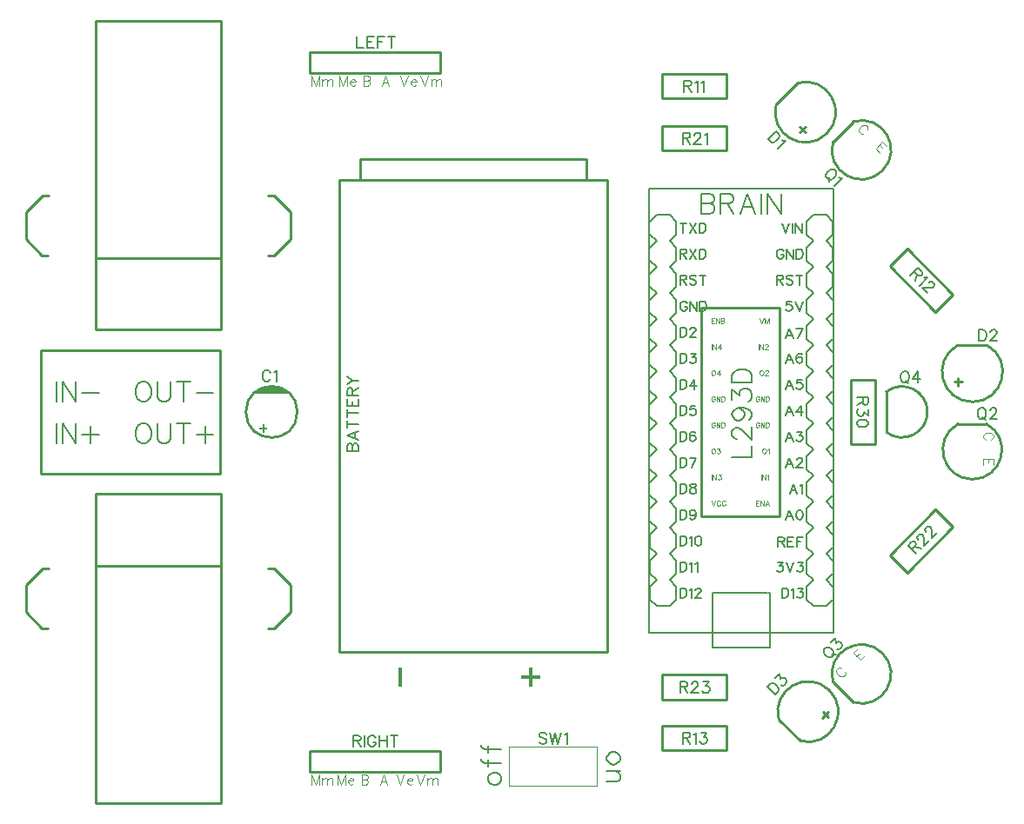
<source format=gto>
G04 Layer: TopSilkscreenLayer*
G04 EasyEDA v6.5.34, 2023-08-10 19:04:03*
G04 aaf764472e2f49baad615704bd9e3d85,f0aaafa8627743d499664706fb11d6fc,10*
G04 Gerber Generator version 0.2*
G04 Scale: 100 percent, Rotated: No, Reflected: No *
G04 Dimensions in millimeters *
G04 leading zeros omitted , absolute positions ,4 integer and 5 decimal *
%FSLAX45Y45*%
%MOMM*%

%ADD10C,0.2032*%
%ADD11C,0.1524*%
%ADD12C,0.1000*%
%ADD13C,0.1500*%
%ADD14C,0.0762*%
%ADD15C,0.2540*%
%ADD16C,0.1520*%
%ADD17C,0.0111*%

%LPD*%
D10*
X6858000Y5932678D02*
G01*
X6858000Y5738876D01*
X6858000Y5932678D02*
G01*
X6941058Y5932678D01*
X6968743Y5923534D01*
X6978141Y5914389D01*
X6987286Y5895847D01*
X6987286Y5877305D01*
X6978141Y5858763D01*
X6968743Y5849620D01*
X6941058Y5840476D01*
X6858000Y5840476D02*
G01*
X6941058Y5840476D01*
X6968743Y5831078D01*
X6978141Y5821934D01*
X6987286Y5803392D01*
X6987286Y5775705D01*
X6978141Y5757163D01*
X6968743Y5748020D01*
X6941058Y5738876D01*
X6858000Y5738876D01*
X7048245Y5932678D02*
G01*
X7048245Y5738876D01*
X7048245Y5932678D02*
G01*
X7131304Y5932678D01*
X7158990Y5923534D01*
X7168388Y5914389D01*
X7177531Y5895847D01*
X7177531Y5877305D01*
X7168388Y5858763D01*
X7158990Y5849620D01*
X7131304Y5840476D01*
X7048245Y5840476D01*
X7113015Y5840476D02*
G01*
X7177531Y5738876D01*
X7312406Y5932678D02*
G01*
X7238491Y5738876D01*
X7312406Y5932678D02*
G01*
X7386320Y5738876D01*
X7266177Y5803392D02*
G01*
X7358634Y5803392D01*
X7447279Y5932678D02*
G01*
X7447279Y5738876D01*
X7508240Y5932678D02*
G01*
X7508240Y5738876D01*
X7508240Y5932678D02*
G01*
X7637525Y5738876D01*
X7637525Y5932678D02*
G01*
X7637525Y5738876D01*
X6071361Y449071D02*
G01*
X6061963Y467613D01*
X6043675Y486155D01*
X6015990Y495300D01*
X5997447Y495300D01*
X5969761Y486155D01*
X5951220Y467613D01*
X5942075Y449071D01*
X5942075Y421386D01*
X5951220Y402844D01*
X5969761Y384555D01*
X5997447Y375157D01*
X6015990Y375157D01*
X6043675Y384555D01*
X6061963Y402844D01*
X6071361Y421386D01*
X6071361Y449071D01*
X6071361Y314197D02*
G01*
X5942075Y314197D01*
X6034277Y314197D02*
G01*
X6061963Y286512D01*
X6071361Y267970D01*
X6071361Y240284D01*
X6061963Y221995D01*
X6034277Y212597D01*
X5942075Y212597D01*
X4787138Y224028D02*
G01*
X4796536Y205486D01*
X4814824Y186944D01*
X4842509Y177800D01*
X4861052Y177800D01*
X4888738Y186944D01*
X4907279Y205486D01*
X4916424Y224028D01*
X4916424Y251713D01*
X4907279Y270255D01*
X4888738Y288544D01*
X4861052Y297942D01*
X4842509Y297942D01*
X4814824Y288544D01*
X4796536Y270255D01*
X4787138Y251713D01*
X4787138Y224028D01*
X4722622Y432815D02*
G01*
X4722622Y414273D01*
X4731765Y395731D01*
X4759452Y386587D01*
X4916424Y386587D01*
X4787138Y358902D02*
G01*
X4787138Y423418D01*
X4722622Y567689D02*
G01*
X4722622Y549147D01*
X4731765Y530605D01*
X4759452Y521462D01*
X4916424Y521462D01*
X4787138Y493776D02*
G01*
X4787138Y558292D01*
D11*
X3415284Y3429000D02*
G01*
X3524250Y3429000D01*
X3415284Y3429000D02*
G01*
X3415284Y3475736D01*
X3420363Y3491229D01*
X3425697Y3496563D01*
X3436111Y3501644D01*
X3446525Y3501644D01*
X3456940Y3496563D01*
X3462020Y3491229D01*
X3467100Y3475736D01*
X3467100Y3429000D02*
G01*
X3467100Y3475736D01*
X3472434Y3491229D01*
X3477513Y3496563D01*
X3487927Y3501644D01*
X3503675Y3501644D01*
X3514090Y3496563D01*
X3519170Y3491229D01*
X3524250Y3475736D01*
X3524250Y3429000D01*
X3415284Y3577589D02*
G01*
X3524250Y3535934D01*
X3415284Y3577589D02*
G01*
X3524250Y3619245D01*
X3487927Y3551681D02*
G01*
X3487927Y3603497D01*
X3415284Y3689857D02*
G01*
X3524250Y3689857D01*
X3415284Y3653536D02*
G01*
X3415284Y3726179D01*
X3415284Y3796792D02*
G01*
X3524250Y3796792D01*
X3415284Y3760470D02*
G01*
X3415284Y3833113D01*
X3415284Y3867404D02*
G01*
X3524250Y3867404D01*
X3415284Y3867404D02*
G01*
X3415284Y3934968D01*
X3467100Y3867404D02*
G01*
X3467100Y3909060D01*
X3524250Y3867404D02*
G01*
X3524250Y3934968D01*
X3415284Y3969257D02*
G01*
X3524250Y3969257D01*
X3415284Y3969257D02*
G01*
X3415284Y4015994D01*
X3420363Y4031742D01*
X3425697Y4036821D01*
X3436111Y4042155D01*
X3446525Y4042155D01*
X3456940Y4036821D01*
X3462020Y4031742D01*
X3467100Y4015994D01*
X3467100Y3969257D01*
X3467100Y4005579D02*
G01*
X3524250Y4042155D01*
X3415284Y4076445D02*
G01*
X3467100Y4117847D01*
X3524250Y4117847D01*
X3415284Y4159504D02*
G01*
X3467100Y4117847D01*
X2668777Y4191507D02*
G01*
X2663443Y4201921D01*
X2653029Y4212336D01*
X2642870Y4217415D01*
X2622041Y4217415D01*
X2611627Y4212336D01*
X2601213Y4201921D01*
X2595879Y4191507D01*
X2590800Y4175760D01*
X2590800Y4149852D01*
X2595879Y4134357D01*
X2601213Y4123944D01*
X2611627Y4113529D01*
X2622041Y4108450D01*
X2642870Y4108450D01*
X2653029Y4113529D01*
X2663443Y4123944D01*
X2668777Y4134357D01*
X2703068Y4196587D02*
G01*
X2713481Y4201921D01*
X2728975Y4217415D01*
X2728975Y4108450D01*
X7587239Y6545841D02*
G01*
X7510188Y6468790D01*
X7587239Y6545841D02*
G01*
X7612923Y6520157D01*
X7620467Y6505430D01*
X7620287Y6490883D01*
X7616695Y6479748D01*
X7609151Y6465018D01*
X7590830Y6446700D01*
X7576284Y6439336D01*
X7565148Y6435742D01*
X7550599Y6435564D01*
X7535872Y6443108D01*
X7510188Y6468790D01*
X7648125Y6455501D02*
G01*
X7659260Y6451907D01*
X7681353Y6451729D01*
X7604302Y6374678D01*
X9563100Y4611115D02*
G01*
X9563100Y4502150D01*
X9563100Y4611115D02*
G01*
X9599422Y4611115D01*
X9615170Y4606036D01*
X9625329Y4595621D01*
X9630663Y4585207D01*
X9635743Y4569460D01*
X9635743Y4543552D01*
X9630663Y4528057D01*
X9625329Y4517644D01*
X9615170Y4507229D01*
X9599422Y4502150D01*
X9563100Y4502150D01*
X9675368Y4585207D02*
G01*
X9675368Y4590287D01*
X9680447Y4600702D01*
X9685781Y4606036D01*
X9696195Y4611115D01*
X9716770Y4611115D01*
X9727184Y4606036D01*
X9732518Y4600702D01*
X9737597Y4590287D01*
X9737597Y4579873D01*
X9732518Y4569460D01*
X9722104Y4553965D01*
X9670034Y4502150D01*
X9742931Y4502150D01*
X7500358Y1135639D02*
G01*
X7577409Y1058588D01*
X7500358Y1135639D02*
G01*
X7526042Y1161323D01*
X7540769Y1168867D01*
X7555316Y1168687D01*
X7566451Y1165095D01*
X7581181Y1157551D01*
X7599499Y1139230D01*
X7606863Y1124684D01*
X7610457Y1113548D01*
X7610635Y1098999D01*
X7603091Y1084272D01*
X7577409Y1058588D01*
X7583335Y1218618D02*
G01*
X7623746Y1259029D01*
X7631290Y1207660D01*
X7642245Y1218618D01*
X7653202Y1222390D01*
X7660386Y1222390D01*
X7675293Y1215024D01*
X7682656Y1207660D01*
X7689842Y1192933D01*
X7689842Y1178206D01*
X7682478Y1163657D01*
X7671521Y1152702D01*
X7656794Y1145159D01*
X7649608Y1145159D01*
X7638473Y1148750D01*
D12*
X8478652Y6558470D02*
G01*
X8482063Y6567987D01*
X8481882Y6580741D01*
X8478652Y6590438D01*
X8465720Y6603370D01*
X8456201Y6606423D01*
X8443447Y6606603D01*
X8433749Y6603370D01*
X8420818Y6596905D01*
X8404834Y6580919D01*
X8398367Y6567987D01*
X8395134Y6558290D01*
X8395134Y6545359D01*
X8398187Y6535839D01*
X8411118Y6522907D01*
X8420818Y6519674D01*
X8433749Y6519674D01*
X8443269Y6523088D01*
X8626106Y6442984D02*
G01*
X8558575Y6375450D01*
X8626106Y6442984D02*
G01*
X8667955Y6401135D01*
X8593957Y6410832D02*
G01*
X8619642Y6385151D01*
X8558575Y6375450D02*
G01*
X8600424Y6333604D01*
D11*
X8155431Y6168148D02*
G01*
X8144476Y6171920D01*
X8129747Y6171920D01*
X8118612Y6168329D01*
X8103885Y6160785D01*
X8085564Y6142464D01*
X8078200Y6127917D01*
X8074609Y6116782D01*
X8074609Y6102055D01*
X8078381Y6091097D01*
X8093108Y6076370D01*
X8103885Y6072779D01*
X8118612Y6072779D01*
X8129747Y6076370D01*
X8144296Y6083734D01*
X8162615Y6102055D01*
X8170158Y6116782D01*
X8173750Y6127917D01*
X8173750Y6142644D01*
X8170158Y6153421D01*
X8155431Y6168148D01*
X8103885Y6094689D02*
G01*
X8104065Y6050686D01*
X8201591Y6092535D02*
G01*
X8212726Y6088943D01*
X8234817Y6088763D01*
X8157766Y6011712D01*
D12*
X9679431Y3538728D02*
G01*
X9688575Y3543045D01*
X9697465Y3552189D01*
X9702038Y3561334D01*
X9702038Y3579621D01*
X9697465Y3588512D01*
X9688575Y3597655D01*
X9679431Y3602228D01*
X9665715Y3606800D01*
X9643109Y3606800D01*
X9629393Y3602228D01*
X9620250Y3597655D01*
X9611106Y3588512D01*
X9606534Y3579621D01*
X9606534Y3561334D01*
X9611106Y3552189D01*
X9620250Y3543045D01*
X9629393Y3538728D01*
X9702038Y3352800D02*
G01*
X9606534Y3352800D01*
X9702038Y3352800D02*
G01*
X9702038Y3293618D01*
X9656572Y3352800D02*
G01*
X9656572Y3316478D01*
X9606534Y3352800D02*
G01*
X9606534Y3293618D01*
D11*
X9581641Y3849115D02*
G01*
X9571227Y3844036D01*
X9560813Y3833621D01*
X9555479Y3823207D01*
X9550400Y3807460D01*
X9550400Y3781552D01*
X9555479Y3766057D01*
X9560813Y3755644D01*
X9571227Y3745229D01*
X9581641Y3740150D01*
X9602470Y3740150D01*
X9612629Y3745229D01*
X9623043Y3755644D01*
X9628377Y3766057D01*
X9633458Y3781552D01*
X9633458Y3807460D01*
X9628377Y3823207D01*
X9623043Y3833621D01*
X9612629Y3844036D01*
X9602470Y3849115D01*
X9581641Y3849115D01*
X9597136Y3760723D02*
G01*
X9628377Y3729736D01*
X9673081Y3823207D02*
G01*
X9673081Y3828287D01*
X9678161Y3838702D01*
X9683495Y3844036D01*
X9693909Y3849115D01*
X9714484Y3849115D01*
X9724897Y3844036D01*
X9730231Y3838702D01*
X9735311Y3828287D01*
X9735311Y3817873D01*
X9730231Y3807460D01*
X9719818Y3791965D01*
X9667747Y3740150D01*
X9740645Y3740150D01*
D12*
X8224329Y1315852D02*
G01*
X8214812Y1319263D01*
X8202058Y1319082D01*
X8192361Y1315852D01*
X8179429Y1302920D01*
X8176376Y1293401D01*
X8176196Y1280647D01*
X8179429Y1270949D01*
X8185894Y1258018D01*
X8201880Y1242034D01*
X8214812Y1235567D01*
X8224509Y1232334D01*
X8237440Y1232334D01*
X8246960Y1235387D01*
X8259892Y1248318D01*
X8263125Y1258018D01*
X8263125Y1270949D01*
X8259711Y1280469D01*
X8339815Y1463306D02*
G01*
X8407349Y1395775D01*
X8339815Y1463306D02*
G01*
X8381664Y1505155D01*
X8371966Y1431157D02*
G01*
X8397648Y1456842D01*
X8407349Y1395775D02*
G01*
X8449195Y1437624D01*
D11*
X8055851Y1500631D02*
G01*
X8052079Y1489676D01*
X8052079Y1474947D01*
X8055670Y1463812D01*
X8063214Y1449085D01*
X8081535Y1430764D01*
X8096082Y1423400D01*
X8107217Y1419809D01*
X8121944Y1419809D01*
X8132902Y1423581D01*
X8147629Y1438308D01*
X8151220Y1449085D01*
X8151220Y1463812D01*
X8147629Y1474947D01*
X8140265Y1489496D01*
X8121944Y1507815D01*
X8107217Y1515358D01*
X8096082Y1518950D01*
X8081355Y1518950D01*
X8070578Y1515358D01*
X8055851Y1500631D01*
X8129310Y1449085D02*
G01*
X8173313Y1449265D01*
X8124101Y1568881D02*
G01*
X8164512Y1609293D01*
X8171875Y1557746D01*
X8183011Y1568881D01*
X8193966Y1572653D01*
X8201152Y1572653D01*
X8216059Y1565290D01*
X8223422Y1557926D01*
X8230605Y1543197D01*
X8230605Y1528470D01*
X8223242Y1513923D01*
X8212287Y1502966D01*
X8197560Y1495422D01*
X8190374Y1495422D01*
X8179239Y1499016D01*
X8832341Y4204715D02*
G01*
X8821927Y4199636D01*
X8811513Y4189221D01*
X8806179Y4178807D01*
X8801100Y4163060D01*
X8801100Y4137152D01*
X8806179Y4121657D01*
X8811513Y4111244D01*
X8821927Y4100829D01*
X8832341Y4095750D01*
X8853170Y4095750D01*
X8863329Y4100829D01*
X8873743Y4111244D01*
X8879077Y4121657D01*
X8884158Y4137152D01*
X8884158Y4163060D01*
X8879077Y4178807D01*
X8873743Y4189221D01*
X8863329Y4199636D01*
X8853170Y4204715D01*
X8832341Y4204715D01*
X8847836Y4116323D02*
G01*
X8879077Y4085336D01*
X8970518Y4204715D02*
G01*
X8918447Y4132071D01*
X8996425Y4132071D01*
X8970518Y4204715D02*
G01*
X8970518Y4095750D01*
X6692900Y7036815D02*
G01*
X6692900Y6927850D01*
X6692900Y7036815D02*
G01*
X6739636Y7036815D01*
X6755129Y7031736D01*
X6760463Y7026402D01*
X6765543Y7015987D01*
X6765543Y7005573D01*
X6760463Y6995160D01*
X6755129Y6990079D01*
X6739636Y6985000D01*
X6692900Y6985000D01*
X6729222Y6985000D02*
G01*
X6765543Y6927850D01*
X6799834Y7015987D02*
G01*
X6810247Y7021321D01*
X6825995Y7036815D01*
X6825995Y6927850D01*
X6860286Y7015987D02*
G01*
X6870700Y7021321D01*
X6886193Y7036815D01*
X6886193Y6927850D01*
X8971541Y5212341D02*
G01*
X8894490Y5135290D01*
X8971541Y5212341D02*
G01*
X9004589Y5179293D01*
X9011953Y5164747D01*
X9011953Y5157203D01*
X9008181Y5146248D01*
X9000817Y5138882D01*
X8989862Y5135110D01*
X8982496Y5135290D01*
X8967950Y5142654D01*
X8934902Y5175702D01*
X8960586Y5150017D02*
G01*
X8945857Y5083924D01*
X9032427Y5122001D02*
G01*
X9043563Y5118407D01*
X9065653Y5118229D01*
X8988605Y5041178D01*
X9075173Y5072070D02*
G01*
X9078765Y5075661D01*
X9089900Y5079253D01*
X9097266Y5079433D01*
X9108221Y5075661D01*
X9122948Y5060934D01*
X9126720Y5049979D01*
X9126540Y5042613D01*
X9122948Y5031478D01*
X9115585Y5024114D01*
X9104449Y5020523D01*
X9086128Y5016931D01*
X9012852Y5016931D01*
X9064218Y4965565D01*
X6680200Y686815D02*
G01*
X6680200Y577850D01*
X6680200Y686815D02*
G01*
X6726936Y686815D01*
X6742429Y681736D01*
X6747763Y676402D01*
X6752843Y665987D01*
X6752843Y655573D01*
X6747763Y645160D01*
X6742429Y640079D01*
X6726936Y635000D01*
X6680200Y635000D01*
X6716522Y635000D02*
G01*
X6752843Y577850D01*
X6787134Y665987D02*
G01*
X6797547Y671321D01*
X6813295Y686815D01*
X6813295Y577850D01*
X6858000Y686815D02*
G01*
X6915150Y686815D01*
X6883908Y645160D01*
X6899402Y645160D01*
X6909815Y640079D01*
X6915150Y635000D01*
X6920229Y619252D01*
X6920229Y608837D01*
X6915150Y593344D01*
X6904736Y582929D01*
X6888988Y577850D01*
X6873493Y577850D01*
X6858000Y582929D01*
X6852665Y588010D01*
X6847586Y598423D01*
X6680200Y6528815D02*
G01*
X6680200Y6419850D01*
X6680200Y6528815D02*
G01*
X6726936Y6528815D01*
X6742429Y6523736D01*
X6747763Y6518402D01*
X6752843Y6507987D01*
X6752843Y6497573D01*
X6747763Y6487160D01*
X6742429Y6482079D01*
X6726936Y6477000D01*
X6680200Y6477000D01*
X6716522Y6477000D02*
G01*
X6752843Y6419850D01*
X6792468Y6502907D02*
G01*
X6792468Y6507987D01*
X6797547Y6518402D01*
X6802881Y6523736D01*
X6813295Y6528815D01*
X6833870Y6528815D01*
X6844284Y6523736D01*
X6849618Y6518402D01*
X6854697Y6507987D01*
X6854697Y6497573D01*
X6849618Y6487160D01*
X6839204Y6471665D01*
X6787134Y6419850D01*
X6860031Y6419850D01*
X6894322Y6507987D02*
G01*
X6904736Y6513321D01*
X6920229Y6528815D01*
X6920229Y6419850D01*
X8871958Y2507241D02*
G01*
X8949009Y2430190D01*
X8871958Y2507241D02*
G01*
X8905006Y2540289D01*
X8919552Y2547653D01*
X8927096Y2547653D01*
X8938051Y2543881D01*
X8945417Y2536517D01*
X8949189Y2525562D01*
X8949009Y2518196D01*
X8941645Y2503650D01*
X8908597Y2470602D01*
X8934282Y2496286D02*
G01*
X9000375Y2481557D01*
X8969664Y2568308D02*
G01*
X8966070Y2571899D01*
X8962298Y2582854D01*
X8962298Y2590398D01*
X8966070Y2601353D01*
X8980619Y2615902D01*
X8991574Y2619674D01*
X8999118Y2619674D01*
X9010073Y2615902D01*
X9017439Y2608539D01*
X9021211Y2597584D01*
X9024802Y2579263D01*
X9024622Y2505803D01*
X9076169Y2557350D01*
X9045277Y2643921D02*
G01*
X9041686Y2647513D01*
X9038092Y2658648D01*
X9037914Y2666011D01*
X9041686Y2676969D01*
X9056413Y2691696D01*
X9067368Y2695468D01*
X9074731Y2695287D01*
X9085867Y2691696D01*
X9093233Y2684332D01*
X9096824Y2673197D01*
X9100416Y2654876D01*
X9100416Y2581597D01*
X9151782Y2632966D01*
X6654800Y1182115D02*
G01*
X6654800Y1073150D01*
X6654800Y1182115D02*
G01*
X6701536Y1182115D01*
X6717029Y1177036D01*
X6722363Y1171702D01*
X6727443Y1161287D01*
X6727443Y1150873D01*
X6722363Y1140460D01*
X6717029Y1135379D01*
X6701536Y1130300D01*
X6654800Y1130300D01*
X6691122Y1130300D02*
G01*
X6727443Y1073150D01*
X6767068Y1156207D02*
G01*
X6767068Y1161287D01*
X6772147Y1171702D01*
X6777481Y1177036D01*
X6787895Y1182115D01*
X6808470Y1182115D01*
X6818884Y1177036D01*
X6824218Y1171702D01*
X6829297Y1161287D01*
X6829297Y1150873D01*
X6824218Y1140460D01*
X6813804Y1124965D01*
X6761734Y1073150D01*
X6834631Y1073150D01*
X6879336Y1182115D02*
G01*
X6936486Y1182115D01*
X6905243Y1140460D01*
X6920738Y1140460D01*
X6931152Y1135379D01*
X6936486Y1130300D01*
X6941565Y1114552D01*
X6941565Y1104137D01*
X6936486Y1088644D01*
X6926072Y1078229D01*
X6910324Y1073150D01*
X6894829Y1073150D01*
X6879336Y1078229D01*
X6874002Y1083310D01*
X6868922Y1093723D01*
X8484615Y3949700D02*
G01*
X8375650Y3949700D01*
X8484615Y3949700D02*
G01*
X8484615Y3902963D01*
X8479536Y3887470D01*
X8474202Y3882136D01*
X8463788Y3877055D01*
X8453374Y3877055D01*
X8442959Y3882136D01*
X8437879Y3887470D01*
X8432800Y3902963D01*
X8432800Y3949700D01*
X8432800Y3913378D02*
G01*
X8375650Y3877055D01*
X8484615Y3832352D02*
G01*
X8484615Y3775202D01*
X8442959Y3806189D01*
X8442959Y3790695D01*
X8437879Y3780281D01*
X8432800Y3775202D01*
X8417052Y3769868D01*
X8406638Y3769868D01*
X8391143Y3775202D01*
X8380729Y3785615D01*
X8375650Y3801110D01*
X8375650Y3816604D01*
X8380729Y3832352D01*
X8385809Y3837431D01*
X8396224Y3842765D01*
X8484615Y3704589D02*
G01*
X8479536Y3720084D01*
X8463788Y3730497D01*
X8437879Y3735578D01*
X8422386Y3735578D01*
X8396224Y3730497D01*
X8380729Y3720084D01*
X8375650Y3704589D01*
X8375650Y3694176D01*
X8380729Y3678428D01*
X8396224Y3668013D01*
X8422386Y3662934D01*
X8437879Y3662934D01*
X8463788Y3668013D01*
X8479536Y3678428D01*
X8484615Y3694176D01*
X8484615Y3704589D01*
X5355843Y671321D02*
G01*
X5345429Y681736D01*
X5329936Y686815D01*
X5309108Y686815D01*
X5293613Y681736D01*
X5283200Y671321D01*
X5283200Y660907D01*
X5288279Y650494D01*
X5293613Y645160D01*
X5304027Y640079D01*
X5335270Y629665D01*
X5345429Y624586D01*
X5350763Y619252D01*
X5355843Y608837D01*
X5355843Y593344D01*
X5345429Y582929D01*
X5329936Y577850D01*
X5309108Y577850D01*
X5293613Y582929D01*
X5283200Y593344D01*
X5390134Y686815D02*
G01*
X5416295Y577850D01*
X5442204Y686815D02*
G01*
X5416295Y577850D01*
X5442204Y686815D02*
G01*
X5468111Y577850D01*
X5494020Y686815D02*
G01*
X5468111Y577850D01*
X5528309Y665987D02*
G01*
X5538724Y671321D01*
X5554472Y686815D01*
X5554472Y577850D01*
D13*
X7645402Y2094725D02*
G01*
X7645402Y1999221D01*
X7645402Y2094725D02*
G01*
X7677152Y2094725D01*
X7690868Y2090153D01*
X7700012Y2081263D01*
X7704584Y2072119D01*
X7709156Y2058403D01*
X7709156Y2035797D01*
X7704584Y2022081D01*
X7700012Y2012937D01*
X7690868Y2003793D01*
X7677152Y1999221D01*
X7645402Y1999221D01*
X7739128Y2076691D02*
G01*
X7748018Y2081263D01*
X7761734Y2094725D01*
X7761734Y1999221D01*
X7800850Y2094725D02*
G01*
X7850888Y2094725D01*
X7823710Y2058403D01*
X7837172Y2058403D01*
X7846316Y2053831D01*
X7850888Y2049259D01*
X7855460Y2035797D01*
X7855460Y2026653D01*
X7850888Y2012937D01*
X7841744Y2003793D01*
X7828028Y1999221D01*
X7814566Y1999221D01*
X7800850Y2003793D01*
X7796278Y2008365D01*
X7791706Y2017509D01*
X7603741Y2348730D02*
G01*
X7653779Y2348730D01*
X7626347Y2312408D01*
X7640063Y2312408D01*
X7649207Y2307836D01*
X7653779Y2303264D01*
X7658351Y2289802D01*
X7658351Y2280658D01*
X7653779Y2266942D01*
X7644635Y2257798D01*
X7630919Y2253226D01*
X7617203Y2253226D01*
X7603741Y2257798D01*
X7599169Y2262370D01*
X7594597Y2271514D01*
X7688323Y2348730D02*
G01*
X7724645Y2253226D01*
X7760967Y2348730D02*
G01*
X7724645Y2253226D01*
X7800083Y2348730D02*
G01*
X7850121Y2348730D01*
X7822689Y2312408D01*
X7836405Y2312408D01*
X7845549Y2307836D01*
X7850121Y2303264D01*
X7854693Y2289802D01*
X7854693Y2280658D01*
X7850121Y2266942D01*
X7840977Y2257798D01*
X7827261Y2253226D01*
X7813799Y2253226D01*
X7800083Y2257798D01*
X7795511Y2262370D01*
X7790939Y2271514D01*
X7607297Y2590030D02*
G01*
X7607297Y2494526D01*
X7607297Y2590030D02*
G01*
X7648191Y2590030D01*
X7661907Y2585458D01*
X7666479Y2580886D01*
X7671051Y2571996D01*
X7671051Y2562852D01*
X7666479Y2553708D01*
X7661907Y2549136D01*
X7648191Y2544564D01*
X7607297Y2544564D01*
X7639047Y2544564D02*
G01*
X7671051Y2494526D01*
X7701023Y2590030D02*
G01*
X7701023Y2494526D01*
X7701023Y2590030D02*
G01*
X7759951Y2590030D01*
X7701023Y2544564D02*
G01*
X7737345Y2544564D01*
X7701023Y2494526D02*
G01*
X7759951Y2494526D01*
X7789923Y2590030D02*
G01*
X7789923Y2494526D01*
X7789923Y2590030D02*
G01*
X7849105Y2590030D01*
X7789923Y2544564D02*
G01*
X7826499Y2544564D01*
X7719822Y2856727D02*
G01*
X7683500Y2761223D01*
X7719822Y2856727D02*
G01*
X7756143Y2761223D01*
X7697215Y2793227D02*
G01*
X7742681Y2793227D01*
X7813547Y2856727D02*
G01*
X7799831Y2852155D01*
X7790688Y2838693D01*
X7786115Y2815833D01*
X7786115Y2802371D01*
X7790688Y2779511D01*
X7799831Y2765795D01*
X7813547Y2761223D01*
X7822691Y2761223D01*
X7836154Y2765795D01*
X7845297Y2779511D01*
X7849870Y2802371D01*
X7849870Y2815833D01*
X7845297Y2838693D01*
X7836154Y2852155D01*
X7822691Y2856727D01*
X7813547Y2856727D01*
X7757919Y3110730D02*
G01*
X7721597Y3015226D01*
X7757919Y3110730D02*
G01*
X7794241Y3015226D01*
X7735313Y3047230D02*
G01*
X7780779Y3047230D01*
X7824213Y3092696D02*
G01*
X7833357Y3097268D01*
X7847073Y3110730D01*
X7847073Y3015226D01*
X7719822Y3364727D02*
G01*
X7683500Y3269223D01*
X7719822Y3364727D02*
G01*
X7756143Y3269223D01*
X7697215Y3301227D02*
G01*
X7742681Y3301227D01*
X7790688Y3342121D02*
G01*
X7790688Y3346693D01*
X7795259Y3355583D01*
X7799831Y3360155D01*
X7808975Y3364727D01*
X7827009Y3364727D01*
X7836154Y3360155D01*
X7840725Y3355583D01*
X7845297Y3346693D01*
X7845297Y3337549D01*
X7840725Y3328405D01*
X7831581Y3314689D01*
X7786115Y3269223D01*
X7849870Y3269223D01*
X7719822Y3618727D02*
G01*
X7683500Y3523223D01*
X7719822Y3618727D02*
G01*
X7756143Y3523223D01*
X7697215Y3555227D02*
G01*
X7742681Y3555227D01*
X7795259Y3618727D02*
G01*
X7845297Y3618727D01*
X7818120Y3582405D01*
X7831581Y3582405D01*
X7840725Y3577833D01*
X7845297Y3573261D01*
X7849870Y3559799D01*
X7849870Y3550655D01*
X7845297Y3536939D01*
X7836154Y3527795D01*
X7822691Y3523223D01*
X7808975Y3523223D01*
X7795259Y3527795D01*
X7790688Y3532367D01*
X7786115Y3541511D01*
X7719824Y3872725D02*
G01*
X7683502Y3777221D01*
X7719824Y3872725D02*
G01*
X7756146Y3777221D01*
X7697218Y3809225D02*
G01*
X7742684Y3809225D01*
X7831584Y3872725D02*
G01*
X7786118Y3809225D01*
X7854444Y3809225D01*
X7831584Y3872725D02*
G01*
X7831584Y3777221D01*
X7719822Y4126727D02*
G01*
X7683500Y4031223D01*
X7719822Y4126727D02*
G01*
X7756143Y4031223D01*
X7697215Y4063227D02*
G01*
X7742681Y4063227D01*
X7840725Y4126727D02*
G01*
X7795259Y4126727D01*
X7790688Y4085833D01*
X7795259Y4090405D01*
X7808975Y4094977D01*
X7822691Y4094977D01*
X7836154Y4090405D01*
X7845297Y4081261D01*
X7849870Y4067799D01*
X7849870Y4058655D01*
X7845297Y4044939D01*
X7836154Y4035795D01*
X7822691Y4031223D01*
X7808975Y4031223D01*
X7795259Y4035795D01*
X7790688Y4040367D01*
X7786115Y4049511D01*
X7719824Y4380725D02*
G01*
X7683502Y4285221D01*
X7719824Y4380725D02*
G01*
X7756146Y4285221D01*
X7697218Y4317225D02*
G01*
X7742684Y4317225D01*
X7840728Y4367263D02*
G01*
X7836156Y4376153D01*
X7822694Y4380725D01*
X7813550Y4380725D01*
X7799834Y4376153D01*
X7790690Y4362691D01*
X7786118Y4339831D01*
X7786118Y4317225D01*
X7790690Y4298937D01*
X7799834Y4289793D01*
X7813550Y4285221D01*
X7818122Y4285221D01*
X7831584Y4289793D01*
X7840728Y4298937D01*
X7845300Y4312653D01*
X7845300Y4317225D01*
X7840728Y4330687D01*
X7831584Y4339831D01*
X7818122Y4344403D01*
X7813550Y4344403D01*
X7799834Y4339831D01*
X7790690Y4330687D01*
X7786118Y4317225D01*
X7719822Y4622027D02*
G01*
X7683500Y4526523D01*
X7719822Y4622027D02*
G01*
X7756143Y4526523D01*
X7697215Y4558527D02*
G01*
X7742681Y4558527D01*
X7849870Y4622027D02*
G01*
X7804404Y4526523D01*
X7786115Y4622027D02*
G01*
X7849870Y4622027D01*
X7738109Y4888727D02*
G01*
X7692643Y4888727D01*
X7688072Y4847833D01*
X7692643Y4852405D01*
X7706106Y4856977D01*
X7719822Y4856977D01*
X7733538Y4852405D01*
X7742681Y4843261D01*
X7747254Y4829799D01*
X7747254Y4820655D01*
X7742681Y4806939D01*
X7733538Y4797795D01*
X7719822Y4793223D01*
X7706106Y4793223D01*
X7692643Y4797795D01*
X7688072Y4802367D01*
X7683500Y4811511D01*
X7777225Y4888727D02*
G01*
X7813547Y4793223D01*
X7849870Y4888727D02*
G01*
X7813547Y4793223D01*
X7594597Y5142730D02*
G01*
X7594597Y5047226D01*
X7594597Y5142730D02*
G01*
X7635491Y5142730D01*
X7649207Y5138158D01*
X7653779Y5133586D01*
X7658351Y5124696D01*
X7658351Y5115552D01*
X7653779Y5106408D01*
X7649207Y5101836D01*
X7635491Y5097264D01*
X7594597Y5097264D01*
X7626347Y5097264D02*
G01*
X7658351Y5047226D01*
X7751823Y5129268D02*
G01*
X7742679Y5138158D01*
X7729217Y5142730D01*
X7710929Y5142730D01*
X7697213Y5138158D01*
X7688323Y5129268D01*
X7688323Y5120124D01*
X7692895Y5110980D01*
X7697213Y5106408D01*
X7706357Y5101836D01*
X7733789Y5092692D01*
X7742679Y5088374D01*
X7747251Y5083802D01*
X7751823Y5074658D01*
X7751823Y5060942D01*
X7742679Y5051798D01*
X7729217Y5047226D01*
X7710929Y5047226D01*
X7697213Y5051798D01*
X7688323Y5060942D01*
X7813799Y5142730D02*
G01*
X7813799Y5047226D01*
X7781795Y5142730D02*
G01*
X7845549Y5142730D01*
X7662672Y5374121D02*
G01*
X7658354Y5383265D01*
X7649209Y5392155D01*
X7640065Y5396727D01*
X7621777Y5396727D01*
X7612888Y5392155D01*
X7603743Y5383265D01*
X7599172Y5374121D01*
X7594600Y5360405D01*
X7594600Y5337799D01*
X7599172Y5324083D01*
X7603743Y5314939D01*
X7612888Y5305795D01*
X7621777Y5301223D01*
X7640065Y5301223D01*
X7649209Y5305795D01*
X7658354Y5314939D01*
X7662672Y5324083D01*
X7662672Y5337799D01*
X7640065Y5337799D02*
G01*
X7662672Y5337799D01*
X7692897Y5396727D02*
G01*
X7692897Y5301223D01*
X7692897Y5396727D02*
G01*
X7756397Y5301223D01*
X7756397Y5396727D02*
G01*
X7756397Y5301223D01*
X7786370Y5396727D02*
G01*
X7786370Y5301223D01*
X7786370Y5396727D02*
G01*
X7818120Y5396727D01*
X7831836Y5392155D01*
X7840979Y5383265D01*
X7845552Y5374121D01*
X7850124Y5360405D01*
X7850124Y5337799D01*
X7845552Y5324083D01*
X7840979Y5314939D01*
X7831836Y5305795D01*
X7818120Y5301223D01*
X7786370Y5301223D01*
X7645402Y5650725D02*
G01*
X7681724Y5555221D01*
X7718046Y5650725D02*
G01*
X7681724Y5555221D01*
X7748018Y5650725D02*
G01*
X7748018Y5555221D01*
X7778244Y5650725D02*
G01*
X7778244Y5555221D01*
X7778244Y5650725D02*
G01*
X7841744Y5555221D01*
X7841744Y5650725D02*
G01*
X7841744Y5555221D01*
X6654802Y2094748D02*
G01*
X6654802Y1999244D01*
X6654802Y2094748D02*
G01*
X6686552Y2094748D01*
X6700268Y2090176D01*
X6709412Y2081286D01*
X6713984Y2072142D01*
X6718556Y2058426D01*
X6718556Y2035820D01*
X6713984Y2022104D01*
X6709412Y2012960D01*
X6700268Y2003816D01*
X6686552Y1999244D01*
X6654802Y1999244D01*
X6748528Y2076714D02*
G01*
X6757418Y2081286D01*
X6771134Y2094748D01*
X6771134Y1999244D01*
X6805678Y2072142D02*
G01*
X6805678Y2076714D01*
X6810250Y2085604D01*
X6814822Y2090176D01*
X6823966Y2094748D01*
X6842000Y2094748D01*
X6851144Y2090176D01*
X6855716Y2085604D01*
X6860288Y2076714D01*
X6860288Y2067570D01*
X6855716Y2058426D01*
X6846572Y2044710D01*
X6801106Y1999244D01*
X6864860Y1999244D01*
X6654802Y2348750D02*
G01*
X6654802Y2253246D01*
X6654802Y2348750D02*
G01*
X6686552Y2348750D01*
X6700268Y2344178D01*
X6709412Y2335288D01*
X6713984Y2326144D01*
X6718556Y2312428D01*
X6718556Y2289822D01*
X6713984Y2276106D01*
X6709412Y2266962D01*
X6700268Y2257818D01*
X6686552Y2253246D01*
X6654802Y2253246D01*
X6748528Y2330716D02*
G01*
X6757418Y2335288D01*
X6771134Y2348750D01*
X6771134Y2253246D01*
X6801106Y2330716D02*
G01*
X6810250Y2335288D01*
X6823966Y2348750D01*
X6823966Y2253246D01*
X6654802Y2602748D02*
G01*
X6654802Y2507244D01*
X6654802Y2602748D02*
G01*
X6686552Y2602748D01*
X6700268Y2598176D01*
X6709412Y2589286D01*
X6713984Y2580142D01*
X6718556Y2566426D01*
X6718556Y2543820D01*
X6713984Y2530104D01*
X6709412Y2520960D01*
X6700268Y2511816D01*
X6686552Y2507244D01*
X6654802Y2507244D01*
X6748528Y2584714D02*
G01*
X6757418Y2589286D01*
X6771134Y2602748D01*
X6771134Y2507244D01*
X6828538Y2602748D02*
G01*
X6814822Y2598176D01*
X6805678Y2584714D01*
X6801106Y2561854D01*
X6801106Y2548392D01*
X6805678Y2525532D01*
X6814822Y2511816D01*
X6828538Y2507244D01*
X6837428Y2507244D01*
X6851144Y2511816D01*
X6860288Y2525532D01*
X6864860Y2548392D01*
X6864860Y2561854D01*
X6860288Y2584714D01*
X6851144Y2598176D01*
X6837428Y2602748D01*
X6828538Y2602748D01*
X6654802Y2856748D02*
G01*
X6654802Y2761244D01*
X6654802Y2856748D02*
G01*
X6686552Y2856748D01*
X6700268Y2852176D01*
X6709412Y2843286D01*
X6713984Y2834142D01*
X6718556Y2820426D01*
X6718556Y2797820D01*
X6713984Y2784104D01*
X6709412Y2774960D01*
X6700268Y2765816D01*
X6686552Y2761244D01*
X6654802Y2761244D01*
X6807456Y2824998D02*
G01*
X6802884Y2811282D01*
X6793994Y2802392D01*
X6780278Y2797820D01*
X6775706Y2797820D01*
X6761990Y2802392D01*
X6753100Y2811282D01*
X6748528Y2824998D01*
X6748528Y2829570D01*
X6753100Y2843286D01*
X6761990Y2852176D01*
X6775706Y2856748D01*
X6780278Y2856748D01*
X6793994Y2852176D01*
X6802884Y2843286D01*
X6807456Y2824998D01*
X6807456Y2802392D01*
X6802884Y2779532D01*
X6793994Y2765816D01*
X6780278Y2761244D01*
X6771134Y2761244D01*
X6757418Y2765816D01*
X6753100Y2774960D01*
X6654802Y3110750D02*
G01*
X6654802Y3015246D01*
X6654802Y3110750D02*
G01*
X6686552Y3110750D01*
X6700268Y3106178D01*
X6709412Y3097288D01*
X6713984Y3088144D01*
X6718556Y3074428D01*
X6718556Y3051822D01*
X6713984Y3038106D01*
X6709412Y3028962D01*
X6700268Y3019818D01*
X6686552Y3015246D01*
X6654802Y3015246D01*
X6771134Y3110750D02*
G01*
X6757418Y3106178D01*
X6753100Y3097288D01*
X6753100Y3088144D01*
X6757418Y3079000D01*
X6766562Y3074428D01*
X6784850Y3069856D01*
X6798312Y3065284D01*
X6807456Y3056394D01*
X6812028Y3047250D01*
X6812028Y3033534D01*
X6807456Y3024390D01*
X6802884Y3019818D01*
X6789422Y3015246D01*
X6771134Y3015246D01*
X6757418Y3019818D01*
X6753100Y3024390D01*
X6748528Y3033534D01*
X6748528Y3047250D01*
X6753100Y3056394D01*
X6761990Y3065284D01*
X6775706Y3069856D01*
X6793994Y3074428D01*
X6802884Y3079000D01*
X6807456Y3088144D01*
X6807456Y3097288D01*
X6802884Y3106178D01*
X6789422Y3110750D01*
X6771134Y3110750D01*
X6654802Y3364748D02*
G01*
X6654802Y3269244D01*
X6654802Y3364748D02*
G01*
X6686552Y3364748D01*
X6700268Y3360176D01*
X6709412Y3351286D01*
X6713984Y3342142D01*
X6718556Y3328426D01*
X6718556Y3305820D01*
X6713984Y3292104D01*
X6709412Y3282960D01*
X6700268Y3273816D01*
X6686552Y3269244D01*
X6654802Y3269244D01*
X6812028Y3364748D02*
G01*
X6766562Y3269244D01*
X6748528Y3364748D02*
G01*
X6812028Y3364748D01*
X6654802Y3618748D02*
G01*
X6654802Y3523244D01*
X6654802Y3618748D02*
G01*
X6686552Y3618748D01*
X6700268Y3614176D01*
X6709412Y3605286D01*
X6713984Y3596142D01*
X6718556Y3582426D01*
X6718556Y3559820D01*
X6713984Y3546104D01*
X6709412Y3536960D01*
X6700268Y3527816D01*
X6686552Y3523244D01*
X6654802Y3523244D01*
X6802884Y3605286D02*
G01*
X6798312Y3614176D01*
X6784850Y3618748D01*
X6775706Y3618748D01*
X6761990Y3614176D01*
X6753100Y3600714D01*
X6748528Y3577854D01*
X6748528Y3555248D01*
X6753100Y3536960D01*
X6761990Y3527816D01*
X6775706Y3523244D01*
X6780278Y3523244D01*
X6793994Y3527816D01*
X6802884Y3536960D01*
X6807456Y3550676D01*
X6807456Y3555248D01*
X6802884Y3568710D01*
X6793994Y3577854D01*
X6780278Y3582426D01*
X6775706Y3582426D01*
X6761990Y3577854D01*
X6753100Y3568710D01*
X6748528Y3555248D01*
X6654802Y3872750D02*
G01*
X6654802Y3777246D01*
X6654802Y3872750D02*
G01*
X6686552Y3872750D01*
X6700268Y3868178D01*
X6709412Y3859288D01*
X6713984Y3850144D01*
X6718556Y3836428D01*
X6718556Y3813822D01*
X6713984Y3800106D01*
X6709412Y3790962D01*
X6700268Y3781818D01*
X6686552Y3777246D01*
X6654802Y3777246D01*
X6802884Y3872750D02*
G01*
X6757418Y3872750D01*
X6753100Y3831856D01*
X6757418Y3836428D01*
X6771134Y3841000D01*
X6784850Y3841000D01*
X6798312Y3836428D01*
X6807456Y3827284D01*
X6812028Y3813822D01*
X6812028Y3804678D01*
X6807456Y3790962D01*
X6798312Y3781818D01*
X6784850Y3777246D01*
X6771134Y3777246D01*
X6757418Y3781818D01*
X6753100Y3786390D01*
X6748528Y3795534D01*
X6654802Y4126748D02*
G01*
X6654802Y4031244D01*
X6654802Y4126748D02*
G01*
X6686552Y4126748D01*
X6700268Y4122176D01*
X6709412Y4113286D01*
X6713984Y4104142D01*
X6718556Y4090426D01*
X6718556Y4067820D01*
X6713984Y4054104D01*
X6709412Y4044960D01*
X6700268Y4035816D01*
X6686552Y4031244D01*
X6654802Y4031244D01*
X6793994Y4126748D02*
G01*
X6748528Y4063248D01*
X6816600Y4063248D01*
X6793994Y4126748D02*
G01*
X6793994Y4031244D01*
X6654802Y4380748D02*
G01*
X6654802Y4285244D01*
X6654802Y4380748D02*
G01*
X6686552Y4380748D01*
X6700268Y4376176D01*
X6709412Y4367286D01*
X6713984Y4358142D01*
X6718556Y4344426D01*
X6718556Y4321820D01*
X6713984Y4308104D01*
X6709412Y4298960D01*
X6700268Y4289816D01*
X6686552Y4285244D01*
X6654802Y4285244D01*
X6757418Y4380748D02*
G01*
X6807456Y4380748D01*
X6780278Y4344426D01*
X6793994Y4344426D01*
X6802884Y4339854D01*
X6807456Y4335282D01*
X6812028Y4321820D01*
X6812028Y4312676D01*
X6807456Y4298960D01*
X6798312Y4289816D01*
X6784850Y4285244D01*
X6771134Y4285244D01*
X6757418Y4289816D01*
X6753100Y4294388D01*
X6748528Y4303532D01*
X6654802Y4634750D02*
G01*
X6654802Y4539246D01*
X6654802Y4634750D02*
G01*
X6686552Y4634750D01*
X6700268Y4630178D01*
X6709412Y4621288D01*
X6713984Y4612144D01*
X6718556Y4598428D01*
X6718556Y4575822D01*
X6713984Y4562106D01*
X6709412Y4552962D01*
X6700268Y4543818D01*
X6686552Y4539246D01*
X6654802Y4539246D01*
X6753100Y4612144D02*
G01*
X6753100Y4616716D01*
X6757418Y4625606D01*
X6761990Y4630178D01*
X6771134Y4634750D01*
X6789422Y4634750D01*
X6798312Y4630178D01*
X6802884Y4625606D01*
X6807456Y4616716D01*
X6807456Y4607572D01*
X6802884Y4598428D01*
X6793994Y4584712D01*
X6748528Y4539246D01*
X6812028Y4539246D01*
X6722874Y4866142D02*
G01*
X6718556Y4875286D01*
X6709412Y4884176D01*
X6700268Y4888748D01*
X6681980Y4888748D01*
X6673090Y4884176D01*
X6663946Y4875286D01*
X6659374Y4866142D01*
X6654802Y4852426D01*
X6654802Y4829820D01*
X6659374Y4816104D01*
X6663946Y4806960D01*
X6673090Y4797816D01*
X6681980Y4793244D01*
X6700268Y4793244D01*
X6709412Y4797816D01*
X6718556Y4806960D01*
X6722874Y4816104D01*
X6722874Y4829820D01*
X6700268Y4829820D02*
G01*
X6722874Y4829820D01*
X6753100Y4888748D02*
G01*
X6753100Y4793244D01*
X6753100Y4888748D02*
G01*
X6816600Y4793244D01*
X6816600Y4888748D02*
G01*
X6816600Y4793244D01*
X6846572Y4888748D02*
G01*
X6846572Y4793244D01*
X6846572Y4888748D02*
G01*
X6878322Y4888748D01*
X6892038Y4884176D01*
X6901182Y4875286D01*
X6905754Y4866142D01*
X6910326Y4852426D01*
X6910326Y4829820D01*
X6905754Y4816104D01*
X6901182Y4806960D01*
X6892038Y4797816D01*
X6878322Y4793244D01*
X6846572Y4793244D01*
X6654802Y5142748D02*
G01*
X6654802Y5047244D01*
X6654802Y5142748D02*
G01*
X6695696Y5142748D01*
X6709412Y5138176D01*
X6713984Y5133604D01*
X6718556Y5124714D01*
X6718556Y5115570D01*
X6713984Y5106426D01*
X6709412Y5101854D01*
X6695696Y5097282D01*
X6654802Y5097282D01*
X6686552Y5097282D02*
G01*
X6718556Y5047244D01*
X6812028Y5129286D02*
G01*
X6802884Y5138176D01*
X6789422Y5142748D01*
X6771134Y5142748D01*
X6757418Y5138176D01*
X6748528Y5129286D01*
X6748528Y5120142D01*
X6753100Y5110998D01*
X6757418Y5106426D01*
X6766562Y5101854D01*
X6793994Y5092710D01*
X6802884Y5088392D01*
X6807456Y5083820D01*
X6812028Y5074676D01*
X6812028Y5060960D01*
X6802884Y5051816D01*
X6789422Y5047244D01*
X6771134Y5047244D01*
X6757418Y5051816D01*
X6748528Y5060960D01*
X6874004Y5142748D02*
G01*
X6874004Y5047244D01*
X6842000Y5142748D02*
G01*
X6905754Y5142748D01*
X6654802Y5396750D02*
G01*
X6654802Y5301246D01*
X6654802Y5396750D02*
G01*
X6695696Y5396750D01*
X6709412Y5392178D01*
X6713984Y5387606D01*
X6718556Y5378716D01*
X6718556Y5369572D01*
X6713984Y5360428D01*
X6709412Y5355856D01*
X6695696Y5351284D01*
X6654802Y5351284D01*
X6686552Y5351284D02*
G01*
X6718556Y5301246D01*
X6748528Y5396750D02*
G01*
X6812028Y5301246D01*
X6812028Y5396750D02*
G01*
X6748528Y5301246D01*
X6842000Y5396750D02*
G01*
X6842000Y5301246D01*
X6842000Y5396750D02*
G01*
X6874004Y5396750D01*
X6887466Y5392178D01*
X6896610Y5383288D01*
X6901182Y5374144D01*
X6905754Y5360428D01*
X6905754Y5337822D01*
X6901182Y5324106D01*
X6896610Y5314962D01*
X6887466Y5305818D01*
X6874004Y5301246D01*
X6842000Y5301246D01*
X6686552Y5650748D02*
G01*
X6686552Y5555244D01*
X6654802Y5650748D02*
G01*
X6718556Y5650748D01*
X6748528Y5650748D02*
G01*
X6812028Y5555244D01*
X6812028Y5650748D02*
G01*
X6748528Y5555244D01*
X6842000Y5650748D02*
G01*
X6842000Y5555244D01*
X6842000Y5650748D02*
G01*
X6874004Y5650748D01*
X6887466Y5646176D01*
X6896610Y5637286D01*
X6901182Y5628142D01*
X6905754Y5614426D01*
X6905754Y5591820D01*
X6901182Y5578104D01*
X6896610Y5568960D01*
X6887466Y5559816D01*
X6874004Y5555244D01*
X6842000Y5555244D01*
D11*
X3509784Y7466190D02*
G01*
X3509784Y7356970D01*
X3509784Y7356970D02*
G01*
X3572014Y7356970D01*
X3606304Y7466190D02*
G01*
X3606304Y7356970D01*
X3606304Y7466190D02*
G01*
X3673868Y7466190D01*
X3606304Y7414120D02*
G01*
X3647960Y7414120D01*
X3606304Y7356970D02*
G01*
X3673868Y7356970D01*
X3708158Y7466190D02*
G01*
X3708158Y7356970D01*
X3708158Y7466190D02*
G01*
X3775722Y7466190D01*
X3708158Y7414120D02*
G01*
X3749814Y7414120D01*
X3846334Y7466190D02*
G01*
X3846334Y7356970D01*
X3810012Y7466190D02*
G01*
X3882910Y7466190D01*
D12*
X4129415Y7083394D02*
G01*
X4165737Y6987887D01*
X4202059Y7083391D02*
G01*
X4165737Y6987887D01*
X4232031Y7051644D02*
G01*
X4232031Y6987887D01*
X4232031Y7033356D02*
G01*
X4245747Y7047072D01*
X4254891Y7051644D01*
X4268607Y7051641D01*
X4277494Y7047069D01*
X4282069Y7033356D01*
X4282069Y6987887D01*
X4282069Y7033356D02*
G01*
X4295785Y7047072D01*
X4304929Y7051644D01*
X4318391Y7051644D01*
X4327532Y7047069D01*
X4332107Y7033356D01*
X4332107Y6987887D01*
X3931848Y7083394D02*
G01*
X3968173Y6987890D01*
X4004492Y7083397D02*
G01*
X3968173Y6987890D01*
X4034467Y7024466D02*
G01*
X4089074Y7024466D01*
X4089074Y7033356D01*
X4084505Y7042500D01*
X4079930Y7047072D01*
X4071040Y7051644D01*
X4057327Y7051644D01*
X4048180Y7047072D01*
X4039036Y7037928D01*
X4034467Y7024466D01*
X4034467Y7015322D01*
X4039036Y7001606D01*
X4048180Y6992462D01*
X4057324Y6987890D01*
X4071043Y6987890D01*
X4079930Y6992462D01*
X4089074Y7001606D01*
X3788567Y7083394D02*
G01*
X3752242Y6987890D01*
X3788567Y7083394D02*
G01*
X3824889Y6987890D01*
X3765961Y7019894D02*
G01*
X3811424Y7019894D01*
X3572639Y7083394D02*
G01*
X3572639Y6987890D01*
X3572639Y7083394D02*
G01*
X3613531Y7083394D01*
X3627247Y7078822D01*
X3631821Y7074250D01*
X3636393Y7065360D01*
X3636390Y7056216D01*
X3631821Y7047072D01*
X3627247Y7042500D01*
X3613531Y7037928D01*
X3572639Y7037928D02*
G01*
X3613531Y7037928D01*
X3627247Y7033359D01*
X3631821Y7029041D01*
X3636393Y7019894D01*
X3636390Y7006178D01*
X3631821Y6997034D01*
X3627247Y6992462D01*
X3613531Y6987890D01*
X3572639Y6987890D01*
X3339152Y7083394D02*
G01*
X3339152Y6987890D01*
X3339152Y7083394D02*
G01*
X3375472Y6987890D01*
X3411794Y7083394D02*
G01*
X3375472Y6987890D01*
X3411794Y7083394D02*
G01*
X3411794Y6987890D01*
X3441768Y7024466D02*
G01*
X3496376Y7024466D01*
X3496378Y7033356D01*
X3491806Y7042500D01*
X3487234Y7047072D01*
X3478344Y7051644D01*
X3464628Y7051644D01*
X3455484Y7047072D01*
X3446340Y7037928D01*
X3441768Y7024466D01*
X3441768Y7015325D01*
X3446338Y7001606D01*
X3455484Y6992462D01*
X3464628Y6987890D01*
X3478342Y6987890D01*
X3487232Y6992462D01*
X3496376Y7001606D01*
X3069744Y7083397D02*
G01*
X3069744Y6987890D01*
X3069744Y7083397D02*
G01*
X3106066Y6987890D01*
X3142388Y7083397D02*
G01*
X3106066Y6987890D01*
X3142388Y7083397D02*
G01*
X3142391Y6987890D01*
X3172360Y7051644D02*
G01*
X3172360Y6987887D01*
X3172360Y7033359D02*
G01*
X3186076Y7047072D01*
X3195220Y7051644D01*
X3208936Y7051644D01*
X3217826Y7047072D01*
X3222398Y7033359D01*
X3222398Y6987887D01*
X3222398Y7033359D02*
G01*
X3236114Y7047072D01*
X3245258Y7051644D01*
X3258720Y7051644D01*
X3267864Y7047072D01*
X3272436Y7033359D01*
X3272436Y6987887D01*
D11*
X3473856Y658863D02*
G01*
X3473856Y549897D01*
X3473856Y658863D02*
G01*
X3520589Y658863D01*
X3536086Y653783D01*
X3541420Y648449D01*
X3546500Y638035D01*
X3546497Y627621D01*
X3541420Y617207D01*
X3536086Y612127D01*
X3520589Y607047D01*
X3473856Y607047D01*
X3510178Y607047D02*
G01*
X3546497Y549897D01*
X3580790Y658863D02*
G01*
X3580790Y549897D01*
X3693055Y632955D02*
G01*
X3687978Y643369D01*
X3677564Y653780D01*
X3667147Y658863D01*
X3646322Y658863D01*
X3635908Y653783D01*
X3625494Y643369D01*
X3620414Y632955D01*
X3615080Y617207D01*
X3615080Y591299D01*
X3620414Y575805D01*
X3625491Y565391D01*
X3635905Y554977D01*
X3646322Y549897D01*
X3667150Y549897D01*
X3677564Y554977D01*
X3687978Y565391D01*
X3693058Y575805D01*
X3693058Y591299D01*
X3667147Y591299D02*
G01*
X3693058Y591299D01*
X3727348Y658863D02*
G01*
X3727345Y549897D01*
X3800246Y658863D02*
G01*
X3800243Y549897D01*
X3727348Y607047D02*
G01*
X3800246Y607047D01*
X3870855Y658863D02*
G01*
X3870858Y549897D01*
X3834536Y658863D02*
G01*
X3907180Y658863D01*
D12*
X4093494Y276194D02*
G01*
X4129813Y180687D01*
X4166138Y276191D02*
G01*
X4129813Y180687D01*
X4196107Y244444D02*
G01*
X4196110Y180687D01*
X4196107Y226156D02*
G01*
X4209826Y239872D01*
X4218970Y244444D01*
X4232686Y244441D01*
X4241573Y239869D01*
X4246145Y226156D01*
X4246148Y180687D01*
X4246145Y226156D02*
G01*
X4259864Y239872D01*
X4269008Y244444D01*
X4282470Y244444D01*
X4291611Y239869D01*
X4296183Y226156D01*
X4296186Y180687D01*
X3895928Y276194D02*
G01*
X3932250Y180690D01*
X3968572Y276197D02*
G01*
X3932250Y180690D01*
X3998544Y217266D02*
G01*
X4053154Y217266D01*
X4053154Y226156D01*
X4048582Y235300D01*
X4044010Y239872D01*
X4035120Y244444D01*
X4021406Y244444D01*
X4012260Y239872D01*
X4003116Y230728D01*
X3998544Y217266D01*
X3998544Y208122D01*
X4003116Y194406D01*
X4012260Y185262D01*
X4021404Y180690D01*
X4035122Y180690D01*
X4044010Y185262D01*
X4053154Y194406D01*
X3069744Y276197D02*
G01*
X3069744Y180690D01*
X3069744Y276197D02*
G01*
X3106066Y180690D01*
X3142388Y276197D02*
G01*
X3106066Y180690D01*
X3142388Y276197D02*
G01*
X3142391Y180690D01*
X3172360Y244444D02*
G01*
X3172360Y180687D01*
X3172360Y226159D02*
G01*
X3186076Y239872D01*
X3195220Y244444D01*
X3208936Y244444D01*
X3217826Y239872D01*
X3222398Y226159D01*
X3222398Y180687D01*
X3222398Y226159D02*
G01*
X3236114Y239872D01*
X3245258Y244444D01*
X3258720Y244444D01*
X3267864Y239872D01*
X3272436Y226159D01*
X3272436Y180687D01*
X3770607Y276194D02*
G01*
X3734282Y180690D01*
X3770607Y276194D02*
G01*
X3806929Y180690D01*
X3747998Y212694D02*
G01*
X3793464Y212694D01*
X3554679Y276194D02*
G01*
X3554679Y180690D01*
X3554679Y276194D02*
G01*
X3595570Y276194D01*
X3609286Y271622D01*
X3613858Y267050D01*
X3618433Y258160D01*
X3618430Y249016D01*
X3613858Y239872D01*
X3609286Y235300D01*
X3595570Y230728D01*
X3554679Y230728D02*
G01*
X3595570Y230728D01*
X3609286Y226159D01*
X3613858Y221841D01*
X3618433Y212694D01*
X3618430Y198978D01*
X3613858Y189834D01*
X3609286Y185262D01*
X3595570Y180690D01*
X3554679Y180690D01*
X3321192Y276194D02*
G01*
X3321192Y180690D01*
X3321192Y276194D02*
G01*
X3357511Y180690D01*
X3393833Y276194D02*
G01*
X3357511Y180690D01*
X3393833Y276194D02*
G01*
X3393833Y180690D01*
X3423808Y217266D02*
G01*
X3478415Y217266D01*
X3478418Y226156D01*
X3473846Y235300D01*
X3469274Y239872D01*
X3460384Y244444D01*
X3446668Y244444D01*
X3437524Y239872D01*
X3428380Y230728D01*
X3423808Y217266D01*
X3423808Y208125D01*
X3428377Y194406D01*
X3437524Y185262D01*
X3446668Y180690D01*
X3460381Y180690D01*
X3469271Y185262D01*
X3478415Y194406D01*
D10*
X7161022Y3365500D02*
G01*
X7354824Y3365500D01*
X7354824Y3365500D02*
G01*
X7354824Y3476244D01*
X7207250Y3546602D02*
G01*
X7197852Y3546602D01*
X7179309Y3555745D01*
X7170165Y3564889D01*
X7161022Y3583431D01*
X7161022Y3620515D01*
X7170165Y3638804D01*
X7179309Y3648202D01*
X7197852Y3657345D01*
X7216393Y3657345D01*
X7234936Y3648202D01*
X7262622Y3629660D01*
X7354824Y3537204D01*
X7354824Y3666489D01*
X7225538Y3847592D02*
G01*
X7253224Y3838447D01*
X7271765Y3819905D01*
X7280909Y3792220D01*
X7280909Y3783076D01*
X7271765Y3755389D01*
X7253224Y3736847D01*
X7225538Y3727450D01*
X7216393Y3727450D01*
X7188708Y3736847D01*
X7170165Y3755389D01*
X7161022Y3783076D01*
X7161022Y3792220D01*
X7170165Y3819905D01*
X7188708Y3838447D01*
X7225538Y3847592D01*
X7271765Y3847592D01*
X7317993Y3838447D01*
X7345679Y3819905D01*
X7354824Y3792220D01*
X7354824Y3773678D01*
X7345679Y3745992D01*
X7327138Y3736847D01*
X7161022Y3927094D02*
G01*
X7161022Y4028694D01*
X7234936Y3973321D01*
X7234936Y4001007D01*
X7244079Y4019550D01*
X7253224Y4028694D01*
X7280909Y4037837D01*
X7299452Y4037837D01*
X7327138Y4028694D01*
X7345679Y4010152D01*
X7354824Y3982465D01*
X7354824Y3954779D01*
X7345679Y3927094D01*
X7336536Y3917950D01*
X7317993Y3908552D01*
X7161022Y4098797D02*
G01*
X7354824Y4098797D01*
X7161022Y4098797D02*
G01*
X7161022Y4163568D01*
X7170165Y4191254D01*
X7188708Y4209795D01*
X7207250Y4218939D01*
X7234936Y4228084D01*
X7280909Y4228084D01*
X7308850Y4218939D01*
X7327138Y4209795D01*
X7345679Y4191254D01*
X7354824Y4163568D01*
X7354824Y4098797D01*
D14*
X7391400Y2946907D02*
G01*
X7391400Y2898394D01*
X7391400Y2946907D02*
G01*
X7421372Y2946907D01*
X7391400Y2923794D02*
G01*
X7409941Y2923794D01*
X7391400Y2898394D02*
G01*
X7421372Y2898394D01*
X7436611Y2946907D02*
G01*
X7436611Y2898394D01*
X7436611Y2946907D02*
G01*
X7468870Y2898394D01*
X7468870Y2946907D02*
G01*
X7468870Y2898394D01*
X7502652Y2946907D02*
G01*
X7484109Y2898394D01*
X7502652Y2946907D02*
G01*
X7521193Y2898394D01*
X7491222Y2914650D02*
G01*
X7514336Y2914650D01*
X7442200Y3200907D02*
G01*
X7442200Y3152394D01*
X7457440Y3200907D02*
G01*
X7457440Y3152394D01*
X7457440Y3200907D02*
G01*
X7489697Y3152394D01*
X7489697Y3200907D02*
G01*
X7489697Y3152394D01*
X7504938Y3191510D02*
G01*
X7509509Y3194050D01*
X7516622Y3200907D01*
X7516622Y3152394D01*
X7468870Y3454907D02*
G01*
X7464043Y3452621D01*
X7459472Y3448050D01*
X7457186Y3443223D01*
X7454900Y3436365D01*
X7454900Y3424936D01*
X7457186Y3417823D01*
X7459472Y3413252D01*
X7464043Y3408679D01*
X7468870Y3406394D01*
X7478013Y3406394D01*
X7482586Y3408679D01*
X7487158Y3413252D01*
X7489443Y3417823D01*
X7491729Y3424936D01*
X7491729Y3436365D01*
X7489443Y3443223D01*
X7487158Y3448050D01*
X7482586Y3452621D01*
X7478013Y3454907D01*
X7468870Y3454907D01*
X7506970Y3445510D02*
G01*
X7511795Y3448050D01*
X7518654Y3454907D01*
X7518654Y3406394D01*
X7425943Y3697223D02*
G01*
X7423658Y3702050D01*
X7419086Y3706621D01*
X7414513Y3708907D01*
X7405370Y3708907D01*
X7400543Y3706621D01*
X7395972Y3702050D01*
X7393686Y3697223D01*
X7391400Y3690365D01*
X7391400Y3678936D01*
X7393686Y3671823D01*
X7395972Y3667252D01*
X7400543Y3662679D01*
X7405370Y3660394D01*
X7414513Y3660394D01*
X7419086Y3662679D01*
X7423658Y3667252D01*
X7425943Y3671823D01*
X7425943Y3678936D01*
X7414513Y3678936D02*
G01*
X7425943Y3678936D01*
X7441184Y3708907D02*
G01*
X7441184Y3660394D01*
X7441184Y3708907D02*
G01*
X7473695Y3660394D01*
X7473695Y3708907D02*
G01*
X7473695Y3660394D01*
X7488936Y3708907D02*
G01*
X7488936Y3660394D01*
X7488936Y3708907D02*
G01*
X7504938Y3708907D01*
X7512050Y3706621D01*
X7516622Y3702050D01*
X7518908Y3697223D01*
X7521193Y3690365D01*
X7521193Y3678936D01*
X7518908Y3671823D01*
X7516622Y3667252D01*
X7512050Y3662679D01*
X7504938Y3660394D01*
X7488936Y3660394D01*
X7425943Y3951223D02*
G01*
X7423658Y3956050D01*
X7419086Y3960621D01*
X7414513Y3962907D01*
X7405370Y3962907D01*
X7400543Y3960621D01*
X7395972Y3956050D01*
X7393686Y3951223D01*
X7391400Y3944365D01*
X7391400Y3932936D01*
X7393686Y3925823D01*
X7395972Y3921252D01*
X7400543Y3916679D01*
X7405370Y3914394D01*
X7414513Y3914394D01*
X7419086Y3916679D01*
X7423658Y3921252D01*
X7425943Y3925823D01*
X7425943Y3932936D01*
X7414513Y3932936D02*
G01*
X7425943Y3932936D01*
X7441184Y3962907D02*
G01*
X7441184Y3914394D01*
X7441184Y3962907D02*
G01*
X7473695Y3914394D01*
X7473695Y3962907D02*
G01*
X7473695Y3914394D01*
X7488936Y3962907D02*
G01*
X7488936Y3914394D01*
X7488936Y3962907D02*
G01*
X7504938Y3962907D01*
X7512050Y3960621D01*
X7516622Y3956050D01*
X7518908Y3951223D01*
X7521193Y3944365D01*
X7521193Y3932936D01*
X7518908Y3925823D01*
X7516622Y3921252D01*
X7512050Y3916679D01*
X7504938Y3914394D01*
X7488936Y3914394D01*
X7443470Y4216907D02*
G01*
X7438643Y4214621D01*
X7434072Y4210050D01*
X7431786Y4205223D01*
X7429500Y4198365D01*
X7429500Y4186936D01*
X7431786Y4179823D01*
X7434072Y4175252D01*
X7438643Y4170679D01*
X7443470Y4168394D01*
X7452613Y4168394D01*
X7457186Y4170679D01*
X7461758Y4175252D01*
X7464043Y4179823D01*
X7466329Y4186936D01*
X7466329Y4198365D01*
X7464043Y4205223D01*
X7461758Y4210050D01*
X7457186Y4214621D01*
X7452613Y4216907D01*
X7443470Y4216907D01*
X7484109Y4205223D02*
G01*
X7484109Y4207510D01*
X7486395Y4212336D01*
X7488681Y4214621D01*
X7493254Y4216907D01*
X7502397Y4216907D01*
X7506970Y4214621D01*
X7509509Y4212336D01*
X7511795Y4207510D01*
X7511795Y4202937D01*
X7509509Y4198365D01*
X7504684Y4191507D01*
X7481570Y4168394D01*
X7514081Y4168394D01*
X7416800Y4470907D02*
G01*
X7416800Y4422394D01*
X7432040Y4470907D02*
G01*
X7432040Y4422394D01*
X7432040Y4470907D02*
G01*
X7464297Y4422394D01*
X7464297Y4470907D02*
G01*
X7464297Y4422394D01*
X7481824Y4459223D02*
G01*
X7481824Y4461510D01*
X7484109Y4466336D01*
X7486650Y4468621D01*
X7491222Y4470907D01*
X7500365Y4470907D01*
X7504938Y4468621D01*
X7507224Y4466336D01*
X7509509Y4461510D01*
X7509509Y4456937D01*
X7507224Y4452365D01*
X7502652Y4445507D01*
X7479538Y4422394D01*
X7512050Y4422394D01*
X7429500Y4724907D02*
G01*
X7448041Y4676394D01*
X7466329Y4724907D02*
G01*
X7448041Y4676394D01*
X7481570Y4724907D02*
G01*
X7481570Y4676394D01*
X7481570Y4724907D02*
G01*
X7500111Y4676394D01*
X7518654Y4724907D02*
G01*
X7500111Y4676394D01*
X7518654Y4724907D02*
G01*
X7518654Y4676394D01*
X6959600Y2946907D02*
G01*
X6978141Y2898394D01*
X6996429Y2946907D02*
G01*
X6978141Y2898394D01*
X7046468Y2935223D02*
G01*
X7044181Y2940050D01*
X7039609Y2944621D01*
X7034784Y2946907D01*
X7025640Y2946907D01*
X7021068Y2944621D01*
X7016495Y2940050D01*
X7014209Y2935223D01*
X7011670Y2928365D01*
X7011670Y2916936D01*
X7014209Y2909823D01*
X7016495Y2905252D01*
X7021068Y2900679D01*
X7025640Y2898394D01*
X7034784Y2898394D01*
X7039609Y2900679D01*
X7044181Y2905252D01*
X7046468Y2909823D01*
X7096252Y2935223D02*
G01*
X7093965Y2940050D01*
X7089393Y2944621D01*
X7084822Y2946907D01*
X7075424Y2946907D01*
X7070852Y2944621D01*
X7066279Y2940050D01*
X7063993Y2935223D01*
X7061708Y2928365D01*
X7061708Y2916936D01*
X7063993Y2909823D01*
X7066279Y2905252D01*
X7070852Y2900679D01*
X7075424Y2898394D01*
X7084822Y2898394D01*
X7089393Y2900679D01*
X7093965Y2905252D01*
X7096252Y2909823D01*
X6959600Y3200907D02*
G01*
X6959600Y3152394D01*
X6974840Y3200907D02*
G01*
X6974840Y3152394D01*
X6974840Y3200907D02*
G01*
X7007097Y3152394D01*
X7007097Y3200907D02*
G01*
X7007097Y3152394D01*
X7026909Y3200907D02*
G01*
X7052309Y3200907D01*
X7038593Y3182365D01*
X7045452Y3182365D01*
X7050024Y3180079D01*
X7052309Y3177794D01*
X7054850Y3170936D01*
X7054850Y3166110D01*
X7052309Y3159252D01*
X7047738Y3154679D01*
X7040879Y3152394D01*
X7034022Y3152394D01*
X7026909Y3154679D01*
X7024624Y3156965D01*
X7022338Y3161537D01*
X6973570Y3454907D02*
G01*
X6968743Y3452621D01*
X6964172Y3448050D01*
X6961886Y3443223D01*
X6959600Y3436365D01*
X6959600Y3424936D01*
X6961886Y3417823D01*
X6964172Y3413252D01*
X6968743Y3408679D01*
X6973570Y3406394D01*
X6982713Y3406394D01*
X6987286Y3408679D01*
X6991858Y3413252D01*
X6994143Y3417823D01*
X6996429Y3424936D01*
X6996429Y3436365D01*
X6994143Y3443223D01*
X6991858Y3448050D01*
X6987286Y3452621D01*
X6982713Y3454907D01*
X6973570Y3454907D01*
X7016495Y3454907D02*
G01*
X7041895Y3454907D01*
X7027925Y3436365D01*
X7034784Y3436365D01*
X7039609Y3434079D01*
X7041895Y3431794D01*
X7044181Y3424936D01*
X7044181Y3420110D01*
X7041895Y3413252D01*
X7037070Y3408679D01*
X7030211Y3406394D01*
X7023354Y3406394D01*
X7016495Y3408679D01*
X7014209Y3410965D01*
X7011670Y3415537D01*
X6994143Y3697223D02*
G01*
X6991858Y3702050D01*
X6987286Y3706621D01*
X6982713Y3708907D01*
X6973570Y3708907D01*
X6968743Y3706621D01*
X6964172Y3702050D01*
X6961886Y3697223D01*
X6959600Y3690365D01*
X6959600Y3678936D01*
X6961886Y3671823D01*
X6964172Y3667252D01*
X6968743Y3662679D01*
X6973570Y3660394D01*
X6982713Y3660394D01*
X6987286Y3662679D01*
X6991858Y3667252D01*
X6994143Y3671823D01*
X6994143Y3678936D01*
X6982713Y3678936D02*
G01*
X6994143Y3678936D01*
X7009384Y3708907D02*
G01*
X7009384Y3660394D01*
X7009384Y3708907D02*
G01*
X7041895Y3660394D01*
X7041895Y3708907D02*
G01*
X7041895Y3660394D01*
X7057136Y3708907D02*
G01*
X7057136Y3660394D01*
X7057136Y3708907D02*
G01*
X7073138Y3708907D01*
X7080250Y3706621D01*
X7084822Y3702050D01*
X7087108Y3697223D01*
X7089393Y3690365D01*
X7089393Y3678936D01*
X7087108Y3671823D01*
X7084822Y3667252D01*
X7080250Y3662679D01*
X7073138Y3660394D01*
X7057136Y3660394D01*
X6994143Y3951223D02*
G01*
X6991858Y3956050D01*
X6987286Y3960621D01*
X6982713Y3962907D01*
X6973570Y3962907D01*
X6968743Y3960621D01*
X6964172Y3956050D01*
X6961886Y3951223D01*
X6959600Y3944365D01*
X6959600Y3932936D01*
X6961886Y3925823D01*
X6964172Y3921252D01*
X6968743Y3916679D01*
X6973570Y3914394D01*
X6982713Y3914394D01*
X6987286Y3916679D01*
X6991858Y3921252D01*
X6994143Y3925823D01*
X6994143Y3932936D01*
X6982713Y3932936D02*
G01*
X6994143Y3932936D01*
X7009384Y3962907D02*
G01*
X7009384Y3914394D01*
X7009384Y3962907D02*
G01*
X7041895Y3914394D01*
X7041895Y3962907D02*
G01*
X7041895Y3914394D01*
X7057136Y3962907D02*
G01*
X7057136Y3914394D01*
X7057136Y3962907D02*
G01*
X7073138Y3962907D01*
X7080250Y3960621D01*
X7084822Y3956050D01*
X7087108Y3951223D01*
X7089393Y3944365D01*
X7089393Y3932936D01*
X7087108Y3925823D01*
X7084822Y3921252D01*
X7080250Y3916679D01*
X7073138Y3914394D01*
X7057136Y3914394D01*
X6973570Y4216907D02*
G01*
X6968743Y4214621D01*
X6964172Y4210050D01*
X6961886Y4205223D01*
X6959600Y4198365D01*
X6959600Y4186936D01*
X6961886Y4179823D01*
X6964172Y4175252D01*
X6968743Y4170679D01*
X6973570Y4168394D01*
X6982713Y4168394D01*
X6987286Y4170679D01*
X6991858Y4175252D01*
X6994143Y4179823D01*
X6996429Y4186936D01*
X6996429Y4198365D01*
X6994143Y4205223D01*
X6991858Y4210050D01*
X6987286Y4214621D01*
X6982713Y4216907D01*
X6973570Y4216907D01*
X7034784Y4216907D02*
G01*
X7011670Y4184650D01*
X7046468Y4184650D01*
X7034784Y4216907D02*
G01*
X7034784Y4168394D01*
X6959600Y4470907D02*
G01*
X6959600Y4422394D01*
X6974840Y4470907D02*
G01*
X6974840Y4422394D01*
X6974840Y4470907D02*
G01*
X7007097Y4422394D01*
X7007097Y4470907D02*
G01*
X7007097Y4422394D01*
X7045452Y4470907D02*
G01*
X7022338Y4438650D01*
X7057136Y4438650D01*
X7045452Y4470907D02*
G01*
X7045452Y4422394D01*
X6959600Y4724907D02*
G01*
X6959600Y4676394D01*
X6959600Y4724907D02*
G01*
X6989572Y4724907D01*
X6959600Y4701794D02*
G01*
X6978141Y4701794D01*
X6959600Y4676394D02*
G01*
X6989572Y4676394D01*
X7004811Y4724907D02*
G01*
X7004811Y4676394D01*
X7004811Y4724907D02*
G01*
X7037070Y4676394D01*
X7037070Y4724907D02*
G01*
X7037070Y4676394D01*
X7052309Y4724907D02*
G01*
X7052309Y4676394D01*
X7052309Y4724907D02*
G01*
X7073138Y4724907D01*
X7080250Y4722621D01*
X7082536Y4720336D01*
X7084822Y4715510D01*
X7084822Y4710937D01*
X7082536Y4706365D01*
X7080250Y4704079D01*
X7073138Y4701794D01*
X7052309Y4701794D02*
G01*
X7073138Y4701794D01*
X7080250Y4699507D01*
X7082536Y4697221D01*
X7084822Y4692650D01*
X7084822Y4685537D01*
X7082536Y4680965D01*
X7080250Y4678679D01*
X7073138Y4676394D01*
X7052309Y4676394D01*
D10*
X584200Y3697478D02*
G01*
X584200Y3503676D01*
X645160Y3697478D02*
G01*
X645160Y3503676D01*
X645160Y3697478D02*
G01*
X774445Y3503676D01*
X774445Y3697478D02*
G01*
X774445Y3503676D01*
X918463Y3669792D02*
G01*
X918463Y3503676D01*
X835405Y3586734D02*
G01*
X1001776Y3586734D01*
X584200Y4103878D02*
G01*
X584200Y3910076D01*
X645160Y4103878D02*
G01*
X645160Y3910076D01*
X645160Y4103878D02*
G01*
X774445Y3910076D01*
X774445Y4103878D02*
G01*
X774445Y3910076D01*
X835405Y3993134D02*
G01*
X1001776Y3993134D01*
X1414271Y4103878D02*
G01*
X1395729Y4094734D01*
X1377442Y4076192D01*
X1368044Y4057650D01*
X1358900Y4029963D01*
X1358900Y3983989D01*
X1368044Y3956050D01*
X1377442Y3937762D01*
X1395729Y3919220D01*
X1414271Y3910076D01*
X1451355Y3910076D01*
X1469644Y3919220D01*
X1488186Y3937762D01*
X1497329Y3956050D01*
X1506728Y3983989D01*
X1506728Y4029963D01*
X1497329Y4057650D01*
X1488186Y4076192D01*
X1469644Y4094734D01*
X1451355Y4103878D01*
X1414271Y4103878D01*
X1567687Y4103878D02*
G01*
X1567687Y3965447D01*
X1576831Y3937762D01*
X1595373Y3919220D01*
X1623060Y3910076D01*
X1641602Y3910076D01*
X1669287Y3919220D01*
X1687829Y3937762D01*
X1696973Y3965447D01*
X1696973Y4103878D01*
X1822450Y4103878D02*
G01*
X1822450Y3910076D01*
X1757934Y4103878D02*
G01*
X1887220Y4103878D01*
X1948179Y3993134D02*
G01*
X2114550Y3993134D01*
X1414271Y3697478D02*
G01*
X1395729Y3688334D01*
X1377442Y3669792D01*
X1368044Y3651250D01*
X1358900Y3623563D01*
X1358900Y3577589D01*
X1368044Y3549650D01*
X1377442Y3531362D01*
X1395729Y3512820D01*
X1414271Y3503676D01*
X1451355Y3503676D01*
X1469644Y3512820D01*
X1488186Y3531362D01*
X1497329Y3549650D01*
X1506728Y3577589D01*
X1506728Y3623563D01*
X1497329Y3651250D01*
X1488186Y3669792D01*
X1469644Y3688334D01*
X1451355Y3697478D01*
X1414271Y3697478D01*
X1567687Y3697478D02*
G01*
X1567687Y3559047D01*
X1576831Y3531362D01*
X1595373Y3512820D01*
X1623060Y3503676D01*
X1641602Y3503676D01*
X1669287Y3512820D01*
X1687829Y3531362D01*
X1696973Y3559047D01*
X1696973Y3697478D01*
X1822450Y3697478D02*
G01*
X1822450Y3503676D01*
X1757934Y3697478D02*
G01*
X1887220Y3697478D01*
X2031238Y3669792D02*
G01*
X2031238Y3503676D01*
X1948179Y3586734D02*
G01*
X2114550Y3586734D01*
G36*
X3911600Y1320800D02*
G01*
X3911600Y1130300D01*
X3949700Y1130300D01*
X3949700Y1320800D01*
G37*
G36*
X5181600Y1320800D02*
G01*
X5181600Y1244600D01*
X5105400Y1244600D01*
X5105400Y1206500D01*
X5181600Y1206500D01*
X5181600Y1130300D01*
X5219700Y1130300D01*
X5219700Y1206500D01*
X5295900Y1206500D01*
X5295900Y1244600D01*
X5219700Y1244600D01*
X5219700Y1320800D01*
G37*
G36*
X2676144Y4059986D02*
G01*
X2661869Y4059377D01*
X2647645Y4057954D01*
X2633573Y4055719D01*
X2619603Y4052671D01*
X2605836Y4048861D01*
X2592324Y4044238D01*
X2579116Y4038854D01*
X2566212Y4032758D01*
X2553665Y4025900D01*
X2541574Y4018381D01*
X2529890Y4010151D01*
X2518714Y4001262D01*
X2508046Y3991762D01*
X2502916Y3986784D01*
X2856484Y3986784D01*
X2846120Y3996588D01*
X2835148Y4005783D01*
X2823718Y4014317D01*
X2811830Y4022242D01*
X2799537Y4029405D01*
X2786786Y4035907D01*
X2773730Y4041648D01*
X2760319Y4046626D01*
X2753563Y4048861D01*
X2739796Y4052671D01*
X2725826Y4055719D01*
X2711754Y4057954D01*
X2697530Y4059377D01*
X2683256Y4059986D01*
G37*
G36*
X2589682Y3690010D02*
G01*
X2589682Y3610000D01*
X2609697Y3610000D01*
X2609697Y3690010D01*
G37*
G36*
X2559710Y3659987D02*
G01*
X2559710Y3640023D01*
X2639720Y3640023D01*
X2639720Y3659987D01*
G37*
D15*
X3542545Y6070600D02*
G01*
X3542545Y6273800D01*
X5740400Y6273800D01*
X5740400Y6070600D01*
X5943600Y1473200D02*
G01*
X5943600Y6070600D01*
X3340100Y6070600D01*
X3340100Y1473200D01*
X5943600Y1473200D01*
X2641600Y1701800D02*
G01*
X2700530Y1701800D01*
X2862740Y1859440D01*
X2862740Y2069449D02*
G01*
X2862740Y1859440D01*
X2862740Y2069449D02*
G01*
X2862740Y2128359D01*
X2705100Y2286000D01*
X2705100Y2286000D02*
G01*
X2646840Y2286000D01*
X444500Y1701800D02*
G01*
X502759Y1701800D01*
X508000Y2286000D02*
G01*
X449071Y2286000D01*
X286859Y2128359D01*
X286859Y1918350D02*
G01*
X286859Y2128359D01*
X286859Y1918350D02*
G01*
X286859Y1859440D01*
X444500Y1701800D01*
X1574800Y2311400D02*
G01*
X2171700Y2311400D01*
X1574800Y2311400D02*
G01*
X977900Y2311400D01*
X2184400Y0D02*
G01*
X965200Y0D01*
X965200Y3009900D01*
X2184400Y3009900D01*
X2184400Y0D01*
X508000Y5918200D02*
G01*
X449069Y5918200D01*
X286859Y5760559D01*
X286859Y5550550D02*
G01*
X286859Y5760559D01*
X286859Y5550550D02*
G01*
X286859Y5491640D01*
X444500Y5334000D01*
X444500Y5334000D02*
G01*
X502759Y5334000D01*
X2705100Y5918200D02*
G01*
X2646840Y5918200D01*
X2641600Y5334000D02*
G01*
X2700527Y5334000D01*
X2862740Y5491640D01*
X2862740Y5701649D02*
G01*
X2862740Y5491640D01*
X2862740Y5701649D02*
G01*
X2862740Y5760559D01*
X2705100Y5918200D01*
X1574800Y5308600D02*
G01*
X977900Y5308600D01*
X1574800Y5308600D02*
G01*
X2171700Y5308600D01*
X965200Y7620000D02*
G01*
X2184400Y7620000D01*
X2184400Y4610100D01*
X965200Y4610100D01*
X965200Y7620000D01*
X7590805Y6807014D02*
G01*
X7798338Y7014550D01*
X7874000Y6533009D02*
G01*
X7817431Y6589577D01*
X7820118Y6533433D02*
G01*
X7874000Y6587314D01*
X9353100Y4457700D02*
G01*
X9646599Y4457700D01*
X9359600Y4063700D02*
G01*
X9359600Y4143700D01*
X9321800Y4102100D02*
G01*
X9398000Y4102100D01*
X7823385Y605805D02*
G01*
X7615849Y813338D01*
X8097390Y889000D02*
G01*
X8040822Y832431D01*
X8096966Y835118D02*
G01*
X8043085Y889000D01*
X8339942Y6638800D02*
G01*
X8143999Y6442857D01*
X9638151Y3693612D02*
G01*
X9361048Y3693612D01*
X8143999Y1177142D02*
G01*
X8339942Y981199D01*
X8663813Y3612009D02*
G01*
X8663813Y4007990D01*
X7109459Y7104379D02*
G01*
X7109459Y6865620D01*
X7109459Y6865620D02*
G01*
X6479540Y6865620D01*
X6479540Y6865620D02*
G01*
X6479540Y7104379D01*
X6479540Y7104379D02*
G01*
X7109459Y7104379D01*
X9311424Y4954404D02*
G01*
X9142595Y4785575D01*
X9142595Y4785575D02*
G01*
X8697175Y5230995D01*
X8697175Y5230995D02*
G01*
X8866004Y5399824D01*
X8866004Y5399824D02*
G01*
X9311424Y4954404D01*
X7109459Y754379D02*
G01*
X7109459Y515620D01*
X7109459Y515620D02*
G01*
X6479540Y515620D01*
X6479540Y515620D02*
G01*
X6479540Y754379D01*
X6479540Y754379D02*
G01*
X7109459Y754379D01*
X7109459Y6596379D02*
G01*
X7109459Y6357620D01*
X7109459Y6357620D02*
G01*
X6479540Y6357620D01*
X6479540Y6357620D02*
G01*
X6479540Y6596379D01*
X6479540Y6596379D02*
G01*
X7109459Y6596379D01*
X9142595Y2859824D02*
G01*
X9311424Y2690995D01*
X9311424Y2690995D02*
G01*
X8866004Y2245575D01*
X8866004Y2245575D02*
G01*
X8697175Y2414404D01*
X8697175Y2414404D02*
G01*
X9142595Y2859824D01*
X7109459Y1249679D02*
G01*
X7109459Y1010920D01*
X7109459Y1010920D02*
G01*
X6479540Y1010920D01*
X6479540Y1010920D02*
G01*
X6479540Y1249679D01*
X6479540Y1249679D02*
G01*
X7109459Y1249679D01*
X8313420Y4124960D02*
G01*
X8552179Y4124960D01*
X8552179Y4124960D02*
G01*
X8552179Y3495039D01*
X8552179Y3495039D02*
G01*
X8313420Y3495039D01*
X8313420Y3495039D02*
G01*
X8313420Y4124960D01*
D12*
X4991100Y545592D02*
G01*
X5841238Y545592D01*
X4991100Y165607D02*
G01*
X5841238Y165607D01*
X4991199Y165600D02*
G01*
X4991199Y545599D01*
X5841199Y165600D02*
G01*
X5841199Y545599D01*
D16*
X8140639Y4140159D02*
G01*
X8077139Y4203659D01*
X8140639Y4267159D01*
X7886651Y1981174D02*
G01*
X7950151Y1917674D01*
X8077151Y1917674D01*
X8140651Y1981174D01*
X7886651Y2235174D02*
G01*
X7950151Y2171674D01*
X7886651Y2108174D01*
X7886651Y2489174D02*
G01*
X7950151Y2425674D01*
X7886651Y2362174D01*
X7886651Y2743128D02*
G01*
X7950151Y2679651D01*
X7886651Y2616151D01*
X7886651Y2997123D02*
G01*
X7950151Y2933623D01*
X7886651Y2870123D01*
X7886651Y3251123D02*
G01*
X7950151Y3187623D01*
X7886651Y3124123D01*
X7886651Y3505123D02*
G01*
X7950151Y3441623D01*
X7886651Y3378123D01*
X7886651Y3759123D02*
G01*
X7950151Y3695623D01*
X7886651Y3632123D01*
X7886651Y4013123D02*
G01*
X7950151Y3949623D01*
X7886651Y3886123D01*
X7886651Y4267123D02*
G01*
X7950151Y4203623D01*
X7886651Y4140123D01*
X7886651Y4521123D02*
G01*
X7950151Y4457623D01*
X7886651Y4394123D01*
X7886651Y4775123D02*
G01*
X7950151Y4711623D01*
X7886651Y4648123D01*
X7886651Y5029151D02*
G01*
X7950151Y4965628D01*
X7886651Y4902123D01*
X7886651Y5283159D02*
G01*
X7950151Y5219659D01*
X7886651Y5156159D01*
X7886651Y5537159D02*
G01*
X7950151Y5473659D01*
X7886651Y5410159D01*
X8140651Y5664159D02*
G01*
X8077151Y5727659D01*
X7950151Y5727659D01*
X7886651Y5664159D01*
X8140651Y5410159D02*
G01*
X8077151Y5473659D01*
X8140651Y5537159D01*
X8140651Y5156159D02*
G01*
X8077151Y5219659D01*
X8140651Y5283159D01*
X8140651Y4902123D02*
G01*
X8077151Y4965628D01*
X8140651Y5029151D01*
X8140651Y2616151D02*
G01*
X8077151Y2679651D01*
X8140651Y2743128D01*
X8140651Y2108174D02*
G01*
X8077151Y2171674D01*
X8140651Y2235174D01*
X8140651Y2362174D02*
G01*
X8077151Y2425674D01*
X8140651Y2489174D01*
X8140651Y2870123D02*
G01*
X8077151Y2933623D01*
X8140651Y2997123D01*
X8140651Y3124123D02*
G01*
X8077151Y3187623D01*
X8140651Y3251123D01*
X8140651Y3378123D02*
G01*
X8077151Y3441623D01*
X8140651Y3505123D01*
X8140651Y3632123D02*
G01*
X8077151Y3695623D01*
X8140651Y3759123D01*
X8140651Y3886123D02*
G01*
X8077151Y3949623D01*
X8140651Y4013123D01*
X8140651Y4394123D02*
G01*
X8077151Y4457623D01*
X8140651Y4521123D01*
X8140651Y4648123D02*
G01*
X8077151Y4711623D01*
X8140651Y4775123D01*
X8140651Y4902123D02*
G01*
X8077151Y4965628D01*
X8140651Y5029151D01*
X8140651Y5156159D01*
X8077151Y5219659D01*
X8140651Y5283159D01*
X8140651Y5410159D01*
X8077151Y5473659D01*
X8140651Y5537159D01*
X8140651Y5664159D01*
X8077151Y5727659D01*
X7950151Y5727659D01*
X7886651Y5664159D01*
X7886651Y5537159D01*
X7950151Y5473659D01*
X7886651Y5410159D01*
X7886651Y5283159D01*
X7950151Y5219659D01*
X7886651Y5156159D01*
X7886651Y5029151D01*
X7950151Y4965628D01*
X7886651Y4902123D01*
X7886651Y4775123D01*
X7950151Y4711623D01*
X7886651Y4648123D01*
X7886651Y4521123D01*
X7950151Y4457623D01*
X7886651Y4394123D01*
X7886651Y4267123D01*
X7950151Y4203623D01*
X7886651Y4140123D01*
X7886651Y4013123D01*
X7950151Y3949623D01*
X7886651Y3886123D01*
X7886651Y3759123D01*
X7950151Y3695623D01*
X7886651Y3632123D01*
X7886651Y3505123D01*
X7950151Y3441623D01*
X7886651Y3378123D01*
X7886651Y3251123D01*
X7950151Y3187623D01*
X7886651Y3124123D01*
X7886651Y2997123D01*
X7950151Y2933623D01*
X7886651Y2870123D01*
X7886651Y2743128D01*
X7950151Y2679651D01*
X7886651Y2616151D01*
X7886651Y2489174D01*
X7950151Y2425674D01*
X7886651Y2362174D01*
X7886651Y2235174D01*
X7950151Y2171674D01*
X7886651Y2108174D01*
X7886651Y1981174D01*
X7950151Y1917674D01*
X8077151Y1917674D01*
X8140651Y1981174D01*
X6362743Y3505225D02*
G01*
X6426243Y3441725D01*
X6362743Y3378225D01*
X6362733Y2743266D02*
G01*
X6426233Y2679763D01*
X6362733Y2616238D01*
X6362733Y2489225D01*
X6426233Y2425725D01*
X6362733Y2362225D01*
X6362733Y2235225D01*
X6426233Y2171725D01*
X6362733Y2108225D01*
X6362733Y1981225D01*
X6426233Y1917725D01*
X6553233Y1917725D01*
X6616733Y1981225D01*
X6616733Y2108225D01*
X6553233Y2171725D01*
X6616733Y2235225D01*
X6616733Y2362225D01*
X6553233Y2425725D01*
X6616733Y2489225D01*
X6616733Y2616238D01*
X6553233Y2679763D01*
X6616733Y2743266D01*
X6616733Y2870266D01*
X6553233Y2933766D01*
X6616733Y2997266D01*
X6616733Y3124266D01*
X6553233Y3187766D01*
X6616733Y3251266D01*
X6616733Y3378266D01*
X6553233Y3441766D01*
X6616733Y3505266D01*
X6616733Y3632266D01*
X6553233Y3695766D01*
X6616733Y3759266D01*
X6616733Y3886266D01*
X6553233Y3949766D01*
X6616733Y4013266D01*
X6616733Y4140266D01*
X6553233Y4203766D01*
X6616733Y4267266D01*
X6616733Y4394266D01*
X6553233Y4457766D01*
X6616733Y4521266D01*
X6616733Y4648266D01*
X6553233Y4711766D01*
X6616733Y4775266D01*
X6616733Y4902260D01*
X6553233Y4965738D01*
X6616733Y5029238D01*
X6616733Y5156215D01*
X6553233Y5219715D01*
X6616733Y5283215D01*
X6616733Y5410215D01*
X6553233Y5473715D01*
X6616733Y5537215D01*
X6616733Y5664215D01*
X6553233Y5727715D01*
X6426233Y5727715D01*
X6362733Y5664215D01*
X6362733Y5029238D02*
G01*
X6426233Y4965738D01*
X6362733Y4902260D01*
X6362733Y5537215D02*
G01*
X6426233Y5473715D01*
X6362733Y5410215D01*
X6362733Y5283215D02*
G01*
X6426233Y5219715D01*
X6362733Y5156215D01*
X6362733Y4775266D02*
G01*
X6426233Y4711766D01*
X6362733Y4648266D01*
X6362733Y4521266D02*
G01*
X6426233Y4457766D01*
X6362733Y4394266D01*
X6362733Y4267266D02*
G01*
X6426233Y4203766D01*
X6362733Y4140266D01*
X6362733Y4013266D02*
G01*
X6426233Y3949766D01*
X6362733Y3886266D01*
X6362733Y3759266D02*
G01*
X6426233Y3695766D01*
X6362733Y3632266D01*
X6362733Y3251266D02*
G01*
X6426233Y3187766D01*
X6362733Y3124266D01*
X6362733Y2997266D02*
G01*
X6426233Y2933766D01*
X6362733Y2870266D01*
X6972300Y2052320D02*
G01*
X6997689Y2052320D01*
X6972300Y1663700D02*
G01*
X6972300Y1511300D01*
X7531100Y1511300D01*
X7531100Y2052320D01*
X7510195Y2052320D01*
X6972300Y1663700D02*
G01*
X6972300Y2052320D01*
X6997689Y2052320D02*
G01*
X7505700Y2052320D01*
D11*
X6355082Y1656079D02*
G01*
X6355082Y5989312D01*
X8148320Y5989312D01*
X8148320Y1656079D01*
X6355082Y1656079D01*
D15*
X4318000Y7112002D02*
G01*
X3048000Y7112000D01*
X3048000Y7312002D01*
X4318000Y7311999D01*
X4318000Y7112002D01*
X4318000Y304802D02*
G01*
X3048000Y304800D01*
X3048000Y504802D01*
X4318000Y504799D01*
X4318000Y304802D01*
X6858000Y2794000D02*
G01*
X6858000Y4826000D01*
X7620000Y4826000D01*
X7620000Y2794000D01*
X6858000Y2794000D01*
X431800Y4406900D02*
G01*
X2181809Y4406900D01*
X2181809Y3206902D01*
X431800Y3206902D01*
X431800Y4406900D01*
G75*
G01*
X7590805Y6807015D02*
G03*
X7798387Y7014596I284321J-76740D01*
G75*
G01*
X9353100Y4457700D02*
G03*
X9646666Y4457700I146783J-255308D01*
G75*
G01*
X7823385Y605805D02*
G03*
X7615804Y813387I76740J284321D01*
G75*
G01*
X8143999Y6442857D02*
G03*
X8339943Y6638801I276100J-80156D01*
G75*
G01*
X9361048Y3693612D02*
G03*
X9638152Y3693612I138552J-251912D01*
G75*
G01*
X8339943Y981199D02*
G03*
X8143999Y1177143I80156J276100D01*
G75*
G01*
X8663686Y3611880D02*
G03*
X8663686Y4008120I149840J198120D01*
G75*
G01
X2929712Y3810000D02*
G03X2929712Y3810000I-250012J0D01*
M02*

</source>
